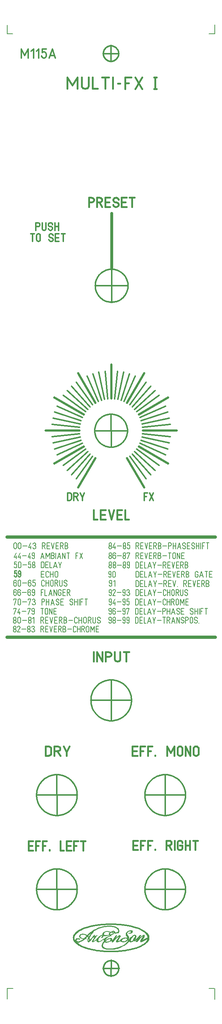
<source format=gbr>
G04 CAM350/DFMSTREAM V12.1 (Build 1022) Date:  Wed Sep 01 15:46:29 2021 *
G04 Database: D:\Mes documents\Projects\Modular Synth\M115A Multi Effects I\Front panel design\CAM350\M115A.cam *
G04 Layer 15: M115A_front_panel *
%FSLAX23Y23*%
%MOIN*%
%SFA1.000B1.000*%

%MIA0B0*%
%IPPOS*%
%ADD10C,0.00551*%
%ADD11C,0.00787*%
%ADD12C,0.00866*%
%ADD13C,0.01024*%
%ADD14C,0.01102*%
%ADD15C,0.01181*%
%ADD16C,0.01260*%
%ADD17C,0.01417*%
%ADD18C,0.01496*%
%ADD19C,0.01654*%
%ADD70C,0.01732*%
%ADD71C,0.01890*%
%ADD20C,0.02756*%
%ADD21C,0.03150*%
%LNM115A_front_panel*%
%LPD*%
G54D10*
X965Y616D02*
G01X969Y621D01*
X972Y622*
X975Y623*
X978Y624*
X983*
X985Y622*
X979Y623*
X978Y622*
X975*
X972Y620*
X970Y619*
X969Y616*
X973Y614*
X976Y613*
X982Y612*
X892Y589D02*
G01X898D01*
X900Y586*
X905Y585*
X909*
X915*
X921*
X926*
X931Y586*
X935Y587*
X939Y589*
X944Y588*
X937Y586*
X928Y585*
X923Y584*
X917Y583*
X909*
X897*
X947Y588D02*
G01X951Y591D01*
X954Y592*
X958Y593*
X964Y594*
X969Y596*
X973Y597*
X978Y600*
X981Y602*
X982Y603*
X983Y607*
X993Y611*
X990Y608*
X984Y604*
X979Y600*
X974Y598*
X968Y595*
X963Y593*
X955Y591*
X802Y582D02*
G01X805Y587D01*
X808Y589*
X810*
X822Y580D02*
G01X825Y582D01*
X832Y585*
X828Y581*
X900Y554D02*
G01X898Y548D01*
X897Y543*
X896Y538*
Y534*
Y532*
X898Y529*
X901Y526*
X905*
X907Y524*
X910Y523*
X914Y522*
X923Y523*
X927Y524*
X933Y526*
X943Y529*
X951Y531*
X961Y535*
X971Y540*
X983Y548*
X980Y546*
X966Y539*
X967Y542*
Y549*
Y553*
Y556*
X964Y558*
X962Y560*
X955*
X951*
X945Y557*
X937Y554*
X927Y549*
X919Y545*
X911Y539*
X907Y537*
X906Y541*
X907Y545*
Y550*
X911Y553*
X913Y557*
X919Y562*
X922Y565*
X926Y568*
X931Y571*
X908Y559D02*
G01X903Y549D01*
X901Y539*
X902Y532*
X906Y534*
Y535*
X905*
X906Y534*
X907Y537*
X904Y533D02*
G01X907Y537D01*
X917Y542*
X926Y548*
X933Y552*
X936Y553*
X941Y555*
X946Y556*
X951*
X955Y555*
X958Y553*
X959Y549*
Y545*
X957Y541*
X956Y538*
X953Y536*
X950Y533*
X947Y531*
X942Y529*
X936Y527*
X931Y526*
X923Y525*
X917Y526*
X914Y527*
X911Y528*
X909Y530*
X907Y532*
X905Y530*
X957Y557D02*
G01X964Y553D01*
X963Y545*
X962Y537*
X982Y545D02*
G01Y549D01*
X1002Y580*
X1003Y581*
X1008Y582*
X1006*
X1010Y584*
X1013*
X1014*
X1004Y569*
X998Y556*
X1002Y557*
X1006Y560*
X1007Y561*
X1015Y569*
X1022Y574*
X1026Y577*
X1030Y581*
X1033Y582*
X1037Y584*
X1038Y585*
X1042*
X1044Y582*
X1045Y581*
Y576*
X1041Y568*
X1023Y539*
X1022Y536*
X1021Y533*
X1024Y532*
X1026Y531*
X1030Y532*
X1033Y533*
X1040Y537*
X1045Y539*
X1049Y541*
X1050Y545*
X1051Y546*
X1053Y550*
X1058Y553*
X1063Y556*
X1068Y557*
X1073Y560*
X1078Y561*
X1085*
X1092*
X1097*
X1103*
X1107*
X1112Y558*
X1120Y550*
X1126Y539*
X978Y541D02*
G01X974Y536D01*
X969Y525*
X976Y526*
X982Y532*
X990Y541*
X1002Y554*
X1014Y565*
X1023Y573*
X1029Y577*
X1033*
X1035*
X1033Y570*
X1015Y542*
X1011Y535*
X1010Y532*
Y528*
Y526*
X1013Y525*
X1014Y524*
X1020*
X1023Y526*
X1036Y532*
X1045Y535*
X1049Y536*
X1051Y533*
X1052Y532*
X1053Y531*
X1058Y529*
X1061Y528*
X1065Y527*
X1078*
X1085Y529*
X1092Y530*
X1100Y533*
X1106Y538*
X1113Y543*
X1116Y546*
X1113Y553*
Y555*
X1111Y556*
X1107Y558*
X1102Y560*
X1098Y561*
X1093*
X1085Y559*
X1077Y558*
X1072Y556*
X1068Y554*
X1065Y551*
X1061Y547*
X1060Y544*
X1058Y540*
X1059Y536*
X1061Y532*
X1064Y530*
X1068Y529*
X1072*
X1081*
X1087Y530*
X1093Y532*
X1098Y535*
X1104Y539*
X1108Y542*
X1111Y546*
X1112Y549*
X1114Y553*
X1061Y552D02*
G01X1056Y545D01*
X1050Y539*
X1054Y540*
X1057Y533*
X1024Y528D02*
G01X1018Y530D01*
X1014*
X1017Y533*
X1029Y557*
X1041Y578*
X1037Y580*
X1007Y581D02*
G01X975Y530D01*
X998Y556*
X900Y534D02*
G01X896Y530D01*
X888Y519*
X883Y511*
X879Y502*
X877Y496*
Y486*
X879Y481*
X880Y478*
X884Y473*
X890Y469*
X897Y466*
X902Y464*
X911Y462*
X908Y463D02*
G01X911Y462D01*
X920Y459*
X927*
X965*
X990Y460*
X999Y463*
X1013Y466*
X1024Y469*
X1019Y467D02*
G01X1029Y470D01*
X1045Y477*
X1058Y482*
X1070Y488*
X1085Y495*
X1094Y502*
X1104Y510*
X1111Y516*
X1115Y521*
X1120Y526*
X1122Y530*
X1125Y535*
X1119Y543*
Y538*
X1116Y532*
X1113Y526*
X1107Y519*
X1101Y513*
X1090Y503*
X1079Y496*
X1069Y490*
X1060Y486*
X1047Y481*
X1034Y475*
X1022Y471*
X1007Y468*
X998Y467*
X989Y465*
X977Y463*
X967*
X946Y462*
X937*
X927Y463*
X919*
X911Y466*
X904Y469*
X899Y470*
X895Y472*
X892Y475*
X888Y478*
X886Y482*
X884Y484*
Y488*
X883Y492*
Y497*
X884Y502*
X886Y507*
X888Y513*
X892Y518*
X896Y523*
X900Y528*
X878Y493D02*
G01X884Y479D01*
X892Y470*
X1112Y518D02*
G01X1124Y538D01*
X1113Y555D02*
G01X1114Y560D01*
X1115Y562*
X1114Y565*
X1113Y568*
X1104Y582*
X1101Y587*
X1100Y591*
X1099Y594*
Y600*
X1100Y604*
X1102Y609*
X1106Y613*
X1110Y617*
X1116Y621*
X1121Y624*
X1127Y626*
X1132Y628*
X1136*
X1149*
X1153*
X1156Y625*
X1157Y623*
X1156Y619*
X1155Y614*
X1151Y610*
X1144Y607*
X1138Y605*
X1132Y604*
X1129*
X1124*
X1125*
X1130*
X1132Y605*
X1140Y608*
X1145Y611*
X1147Y612*
X1148Y616*
X1149Y618*
Y620*
X1148Y623*
X1147Y624*
X1146Y625*
X1144Y626*
X1140Y627*
X1136*
X1132Y626*
X1130*
X1125Y624*
X1120Y622*
X1117Y620*
X1113Y616*
X1110Y612*
X1108Y608*
Y601*
Y597*
X1111Y593*
X1121Y576*
X1124Y571*
Y566*
Y560*
X1123Y557*
X1120Y553*
X1117Y554*
X1121Y569*
X1118*
X1116Y577*
X1113*
X1107Y589*
X1104Y596*
Y608*
X1112Y617*
X1120Y623*
X1128Y626*
X1136Y628*
X1148*
X1153Y624*
X1152Y616*
X1128Y539D02*
G01Y543D01*
X1129Y544*
X1131Y548*
X1132Y553*
X1134Y557*
X1140Y564*
X1145Y569*
X1150Y573*
X1155Y577*
X1159Y581*
X1165Y584*
X1171Y587*
X1175Y588*
X1181*
X1186Y587*
X1188Y585*
X1191Y582*
Y577*
X1192Y573*
X1191Y568*
X1187Y561*
X1185Y557*
X1182Y552*
X1179Y548*
X1176Y545*
X1177Y544*
X1165Y534*
X1159Y532*
X1155Y530*
X1149Y528*
X1145Y526*
X1139*
X1136Y527*
X1132Y529*
X1130Y531*
X1128Y533*
X1140Y537*
Y540*
Y545*
X1143Y549*
X1144Y554*
X1148Y560*
X1152Y565*
X1155Y569*
X1157Y573*
X1161Y577*
X1164Y579*
X1167Y582*
X1171Y584*
X1175Y585*
X1177*
X1181Y584*
X1183Y581*
X1184Y577*
Y573*
X1183Y570*
X1177Y565*
X1173Y559*
X1171Y553*
X1168Y549*
X1167Y544*
X1166Y541*
X1163Y537*
X1158Y534*
X1154Y532*
X1151Y530*
X1148*
X1144*
Y531*
X1141Y532*
X1140Y536*
X1134Y532*
X1139Y530*
X1132Y537*
X1134Y541*
X1140Y557*
X1152Y571*
X1165Y583*
X1174Y586*
X1182*
X1187Y577*
X1186Y565*
X1167Y540*
X1183Y565*
X1254Y624D02*
G01X1269Y615D01*
X1281Y604*
X1288Y594*
X1293Y589*
X1297Y579*
X1301Y569*
X1296Y551*
Y544*
X1274Y510D02*
G01X1282Y525D01*
X1289Y533*
X1293Y538*
Y541*
X1297Y548*
X1284Y612D02*
G01X1289Y609D01*
X1299Y598*
X1304Y591*
X1309Y583*
X1310Y576*
X1311Y568*
Y555*
Y551*
X1309Y544*
X1304Y536*
X1300Y530*
X1293Y522*
X1166Y539D02*
G01X1170Y536D01*
X1175Y534*
X1177Y535*
X1181Y537*
X1185Y539*
X1199Y551*
X1203Y549*
X1204Y547*
X1203Y546*
Y545*
X1191Y528*
X1200Y530*
X1202*
X1207Y537*
X1215Y546*
X1224Y557*
X1230Y563*
X1238Y570*
X1243Y575*
X1249Y579*
X1253Y581*
X1258Y580*
X1256Y574*
X1253Y569*
X1233Y538*
X1232Y534*
Y531*
X1233Y530*
X1236Y528*
X1238Y527*
X1242Y528*
X1246Y530*
X1296Y556*
X1303Y567*
X1299Y565*
X1244Y536*
X1246Y543*
X1266Y573*
X1268Y579*
X1269Y583*
X1268Y586*
X1266Y588*
X1262*
X1256Y586*
X1251Y583*
X1242Y577*
X1228Y563*
X1222Y558*
X1224Y567*
Y570*
X1236Y586*
Y587*
X1230*
X1226Y585*
X1224Y582*
X1218Y572*
X1200Y555*
X1190Y545*
X1184Y541*
X1183*
X1179*
X1174Y537*
X1180Y538*
X1187Y543*
X1195Y549*
X1207Y555*
X1205Y545*
X1199Y533*
X1221Y560*
X1208Y550*
X1222Y566*
X1207Y556*
X1222Y572*
X1230Y583*
X1216Y558*
X1226Y562*
X1230Y564*
X1235Y569*
X1243Y576*
X1251Y581*
X1261Y585*
X1266Y584*
X1235Y533*
X1240Y535*
X1238Y531*
X1296Y560*
X1238Y530*
X1240Y539*
X1262Y581*
X1105Y587D02*
G01X1112Y573D01*
X1120Y571*
Y566D02*
G01X1115Y580D01*
X1108Y592*
X1100Y594*
X1109Y584*
X1120Y556*
X1116Y546*
X1124Y539*
X1132Y536*
X1137Y555*
X900Y541D02*
G01X901Y531D01*
X909Y526*
G54D11*
X1916Y8866D02*
G01X1915Y8949D01*
X741Y582D02*
G01X738Y585D01*
X733Y589*
X728Y592*
X725Y593*
X719Y594*
X715Y596*
X708Y597*
X703Y598*
X696*
X689Y596*
X684Y595*
X680Y594*
X676Y591*
X673Y586*
X671Y582*
X670Y578*
Y576*
X671Y572*
X670Y573*
X672Y570*
X675Y566*
X672Y570*
X674Y568*
X676Y565*
X679Y563*
X683Y561*
X686*
X690Y559*
X691Y558*
X696Y557*
X703Y556*
X717*
X732*
X734Y557*
X705Y556*
X696Y557*
X690Y560*
X684Y562*
X679Y565*
X678Y567*
X676Y569*
X675Y570*
Y573*
X674Y575*
Y578*
Y581*
X675Y584*
X676Y588*
X679Y590*
X683Y593*
X687Y595*
X694Y596*
X700*
X709*
X717Y594*
X721Y593*
X725Y591*
X731Y587*
X734Y585*
X738Y583*
X733Y577*
X718Y562*
X712Y557*
X728Y570D02*
G01X739Y585D01*
X746Y592*
X753Y597*
X758Y601*
X761Y604*
X738Y582D02*
G01X743Y577D01*
X749Y573*
X755Y566*
X751Y561*
X749Y555*
X747Y552*
X746Y547*
Y541*
Y537*
X748Y533*
X750Y530*
X752Y528*
X753Y526*
X755Y527*
X758Y528*
X764Y533*
X775Y545*
X780Y552*
X784Y558*
X793Y569*
X795Y571*
X794Y570*
X811Y572*
X810Y567*
X809Y564*
X803Y557*
X799Y552*
X795Y546*
X792Y541*
X789Y537*
X788Y533*
Y531*
X789Y530*
X790Y528*
X793Y527*
X798Y528*
X804Y531*
X810Y534*
X817Y540*
X825Y547*
X833Y556*
X842Y563*
X848Y571*
X852Y575*
X858Y578*
X863Y581*
X867Y583*
X871Y585*
X873Y586*
X880*
X889*
X740Y585D02*
G01X745Y580D01*
X759Y563*
X752Y555*
X750Y551*
X748Y547*
X747Y541*
X748Y537*
X749Y533*
X751Y531*
X755Y532*
X757Y533*
Y535*
X758Y537*
X760Y541*
Y542*
X761Y546*
Y549*
Y559*
Y557*
Y553*
X762Y548*
Y540*
X766Y541*
X767Y542*
X770Y544*
X774Y548*
X780Y554*
X785Y561*
X791Y569*
X793Y573*
X797Y577*
X800Y581*
X803Y584*
X806Y586*
X804Y581*
X807Y578*
X809Y577*
X810*
X814Y578*
X817Y579*
X822Y580*
X825Y581*
X828Y582*
X810Y560*
X801Y545*
X797Y540*
Y537*
Y533*
X799Y532*
X801*
X802Y531*
X796Y530*
X792Y533*
X754Y565D02*
G01X757Y571D01*
X762Y579*
X769Y589*
X774Y597*
X780Y604*
X783Y611*
X786Y615*
X795Y619*
X789Y610*
X783Y602*
X777Y594*
X770Y585*
X766Y577*
X758Y566*
X789Y614D02*
G01X795Y620D01*
X799Y624*
X802Y628*
X806Y631*
X811Y634*
X814Y636*
X817Y637*
X819Y639*
X823Y641*
X827Y644*
X830Y645*
X834Y648*
X837*
X842Y651*
X639Y532D02*
G01Y538D01*
X637Y541*
Y543*
X638Y545*
X640Y548*
Y549*
X642Y551*
X644Y553*
X647Y554*
X652Y556*
X656*
X829Y551D02*
G01Y544D01*
X830Y535*
X831Y533*
X832Y531*
X834Y530*
X836Y528*
X839Y527*
X842*
X845*
X852Y528*
X857Y530*
X863Y532*
X869Y535*
X877Y541*
X884Y545*
X888Y549*
X895Y553*
X903Y557*
X913Y564*
X919Y567*
X923Y569*
X928Y571*
X933Y573*
X939Y576*
X944Y577*
X948Y578*
X954Y581*
X958*
X963*
X964Y582*
X960*
X956Y584*
X952Y588*
X950Y590*
X948Y592*
Y594*
Y596*
Y599*
X950Y602*
X951Y605*
X953Y608*
X955Y611*
X961Y616*
X966Y619*
X969Y620*
X869Y584D02*
G01X864Y581D01*
X860Y577*
X856Y572*
X851Y566*
X848Y562*
X844Y556*
X842Y551*
X841Y546*
X840Y541*
Y537*
X841Y534*
X842Y532*
X844Y531*
X846Y530*
X850*
X852*
X856*
X858*
X844Y561D02*
G01X836Y550D01*
X835Y543*
X836Y532*
X800Y574D02*
G01X817Y575D01*
X874Y568D02*
G01X872D01*
X877Y571*
X879Y573*
X881Y576*
Y579*
Y582*
X880Y584*
X879Y585*
X876*
X874Y568D02*
G01Y567D01*
X879Y568*
X882Y570*
X884Y573*
X888Y576*
Y577*
Y580*
X892Y583*
X896Y585*
Y584*
X885Y589*
X884*
Y598*
X885Y601*
X886Y604*
X888Y607*
X890Y610*
X893Y613*
X896Y616*
X900Y617*
X905Y619*
X909Y621*
X914Y622*
X920*
X927*
X932Y621*
X936Y620*
X943*
X948Y618*
X953Y616*
X956*
X960*
X897Y585D02*
G01X896Y588D01*
X893Y589*
X892Y592*
Y593*
Y594*
X891Y595*
Y596*
Y600*
X892Y603*
Y605*
X893Y608*
X895Y610*
X896Y612*
X899Y615*
X902Y617*
X905Y619*
X957Y614D02*
G01X951Y611D01*
X947Y608*
X946Y606*
X944Y603*
X943Y600*
X942Y596*
Y593*
Y589*
X943*
X950Y584*
X967Y618D02*
G01X969Y620D01*
X963Y615*
X964Y614*
X970Y613*
X977Y612*
X983Y611*
X994Y612*
X990D02*
G01Y616D01*
Y618*
X989Y621*
X988Y622*
X986Y623*
X983Y624*
X989Y623*
X993Y622*
X994Y620*
X995*
Y616*
X1914Y100D02*
G01X1864D01*
X56D02*
G01X6D01*
X54Y8864D02*
G01X4D01*
X1912D02*
G01X1862D01*
X1915Y99D02*
G01Y0D01*
X64Y4148D02*
G01X65Y4144D01*
X66Y4141*
X69Y4138*
X73Y4136*
X77*
X81*
X84Y4138*
X87Y4141*
X89Y4144*
Y4148*
Y4179*
Y4182*
X87Y4186*
X84Y4188*
X81Y4191*
X77*
X73*
X69Y4188*
X66Y4186*
X65Y4182*
X64Y4179*
Y4148*
X104D02*
G01X105Y4144D01*
X107Y4141*
X110Y4138*
X113Y4136*
X117*
X121*
X124Y4138*
X128Y4141*
X129Y4144*
X130Y4148*
Y4179*
X129Y4182*
X128Y4186*
X124Y4188*
X121Y4191*
X117*
X113*
X110Y4188*
X107Y4186*
X105Y4182*
X104Y4179*
Y4148*
X147Y4163D02*
G01X186D01*
X219Y4191D02*
G01X200Y4150D01*
X224*
X219Y4163D02*
G01Y4136D01*
X241Y4179D02*
G01X242Y4182D01*
Y4184*
X244Y4187*
X246Y4188*
X248Y4190*
X250*
X253Y4191*
X256Y4190*
X259Y4188*
X262Y4186*
X264Y4183*
X265Y4179*
Y4175*
X263Y4172*
X261Y4169*
X258Y4167*
X254Y4166*
X251*
X255*
X260Y4164*
X263Y4161*
X266Y4158*
X268Y4154*
Y4150*
X267Y4145*
X265Y4141*
X262Y4139*
X257Y4136*
X254*
X251*
X248Y4137*
X246Y4138*
X243Y4140*
X242Y4143*
X240Y4145*
X239Y4148*
X327Y4136D02*
G01Y4191D01*
X340*
X344*
X348Y4188*
X351Y4185*
X352Y4181*
X353Y4177*
X352Y4172*
X351Y4168*
X348Y4166*
X344Y4163*
X340*
X327*
X340*
X353Y4136*
X396Y4191D02*
G01X370D01*
Y4136*
X396*
X370Y4163D02*
G01X392D01*
X411Y4191D02*
G01X423Y4136D01*
X436Y4191*
X477D02*
G01X452D01*
Y4136*
X477*
X452Y4163D02*
G01X473D01*
X493Y4136D02*
G01Y4191D01*
X506*
X510*
X514Y4188*
X518Y4185*
X519Y4181*
X520Y4177*
X519Y4172*
X518Y4168*
X514Y4166*
X510Y4163*
X506*
X493*
X506*
X520Y4136*
X535Y4191D02*
G01Y4136D01*
X548*
X553*
X557Y4138*
X560Y4141*
X561Y4145*
X562Y4150*
X561Y4154*
X560Y4157*
X557Y4160*
X553Y4163*
X548*
X535*
X548*
X552Y4164*
X556Y4166*
X559Y4169*
X561Y4173*
Y4178*
Y4182*
X558Y4186*
X555Y4188*
X551Y4191*
X547*
X535*
X85Y4100D02*
G01X67Y4060D01*
X90*
X85Y4073D02*
G01Y4045D01*
X122Y4100D02*
G01X104Y4060D01*
X128*
X122Y4073D02*
G01Y4045D01*
X143Y4073D02*
G01X179D01*
X212Y4100D02*
G01X195Y4060D01*
X218*
X212Y4073D02*
G01Y4045D01*
X233Y4058D02*
G01Y4056D01*
X234Y4053*
Y4051*
X235Y4049*
X238Y4048*
X239Y4047*
X242Y4046*
X243Y4045*
X246*
X247Y4046*
X250Y4048*
X251Y4049*
X253Y4050*
X254Y4053*
Y4054*
Y4057*
Y4090*
Y4094*
X252Y4096*
X250Y4099*
X247Y4100*
X243*
X240*
X237Y4099*
X234Y4096*
X233Y4094*
Y4090*
Y4082*
X234Y4079*
X235Y4076*
X238Y4073*
X241Y4072*
X244*
X247Y4073*
X250*
X253Y4076*
X254Y4079*
X312Y4045D02*
G01X328Y4100D01*
X344Y4045*
X317Y4062D02*
G01X339D01*
X360Y4045D02*
G01Y4100D01*
X377Y4062*
X395Y4100*
Y4045*
X410Y4100D02*
G01Y4045D01*
X422*
X426Y4046*
X430Y4048*
X433Y4051*
X435Y4055*
Y4060*
Y4064*
X433Y4068*
X430Y4071*
X426Y4073*
X422Y4074*
X410*
X422*
X426Y4075*
X430Y4077*
X432Y4080*
X435Y4084*
Y4089*
X434Y4093*
X432Y4096*
X429Y4098*
X425Y4100*
X421*
X410*
X451D02*
G01Y4045D01*
X467D02*
G01X482Y4100D01*
X498Y4045*
X470Y4062D02*
G01X493D01*
X514Y4045D02*
G01Y4100D01*
X537Y4045*
Y4100*
X553D02*
G01X577D01*
X565*
Y4045*
X657Y4100D02*
G01X636D01*
Y4045*
Y4073*
X650*
X672Y4100D02*
G01X696Y4045D01*
X672D02*
G01X696Y4100D01*
X90Y4016D02*
G01X70D01*
Y3992*
X72Y3995*
X75Y3997*
X78Y3998*
X81*
X85Y3997*
X87Y3994*
X89Y3992*
X90Y3989*
Y3986*
Y3971*
Y3969*
X89Y3968*
Y3966*
X87Y3964*
X85Y3963*
X84Y3962*
X81Y3961*
X80*
X77*
X75Y3962*
X73Y3963*
X71Y3965*
X69Y3967*
X68Y3969*
Y3970*
X67Y3973*
X105D02*
G01Y3969D01*
X108Y3967*
X110Y3963*
X113Y3962*
X117Y3961*
X121Y3962*
X124Y3963*
X128Y3967*
X129Y3969*
X130Y3973*
Y4004*
X129Y4007*
X128Y4011*
X124Y4014*
X121Y4016*
X117*
X113*
X110Y4014*
X108Y4011*
X105Y4007*
Y4004*
Y3973*
X146Y3988D02*
G01X183D01*
X220Y4016D02*
G01X201D01*
Y3992*
X203Y3995*
X206Y3997*
X209Y3998*
X212*
X215Y3997*
X218Y3994*
X219Y3992*
X220Y3989*
Y3986*
Y3971*
Y3969*
X219Y3968*
Y3966*
X218Y3964*
X216Y3963*
X215Y3962*
X212Y3961*
X211*
X208*
X206Y3962*
X203Y3963*
X202Y3965*
X200Y3967*
X199Y3969*
Y3970*
X198Y3973*
X248Y3961D02*
G01X250D01*
X252Y3962*
X254Y3963*
X256Y3964*
X258Y3967*
Y3968*
X259Y3970*
X260Y3972*
Y3977*
X259Y3978*
X258Y3981*
Y3983*
X256Y3985*
X254Y3986*
X252Y3987*
X250Y3988*
X248*
X250*
X252Y3989*
X254Y3990*
X255Y3991*
X257Y3993*
X258Y3995*
Y3998*
Y3999*
Y4005*
Y4009*
X257Y4012*
X254Y4014*
X251Y4016*
X248*
X244*
X242Y4014*
X239Y4012*
X238Y4009*
X237Y4005*
Y3999*
Y3998*
X238Y3995*
Y3993*
X240Y3991*
X242Y3990*
X243Y3989*
X246Y3988*
X248*
X246*
X243Y3987*
X241Y3986*
X239Y3985*
X238Y3983*
X237Y3981*
X236Y3978*
Y3977*
Y3972*
Y3970*
X237Y3968*
X238Y3967*
X239Y3964*
X241Y3963*
X243Y3962*
X246Y3961*
X248*
X318D02*
G01Y4016D01*
X329*
X332*
X334Y4015*
X337Y4014*
X339Y4012*
X341Y4010*
Y4008*
X342Y4005*
X343Y4002*
Y3974*
X342Y3971*
X341Y3969*
Y3967*
X339Y3965*
X337Y3963*
X334Y3962*
X332Y3961*
X329*
X318*
X382Y4016D02*
G01X357D01*
Y3961*
X382*
X357Y3988D02*
G01X378D01*
X397Y4016D02*
G01Y3961D01*
X415*
X430D02*
G01X446Y4016D01*
X463Y3961*
X435Y3977D02*
G01X457D01*
X478Y4016D02*
G01X490Y3981D01*
Y3961*
Y3981*
X502Y4016*
X344Y3930D02*
G01X318D01*
Y3875*
X344*
X318Y3903D02*
G01X340D01*
X386Y3918D02*
G01X385Y3922D01*
X384Y3925*
X380Y3927*
X377Y3930*
X373*
X369*
X366Y3927*
X363Y3925*
X361Y3922*
X360Y3918*
Y3887*
X361Y3884*
X363Y3880*
X366Y3877*
X369Y3876*
X373Y3875*
X377Y3876*
X380Y3877*
X384Y3880*
X385Y3884*
X386Y3887*
X401Y3930D02*
G01Y3875D01*
Y3903D02*
G01X427D01*
Y3875D02*
G01Y3930D01*
X443Y3888D02*
G01X444Y3884D01*
X446Y3880*
X449Y3877*
X453Y3876*
X457Y3875*
X461Y3876*
X464Y3877*
X467Y3880*
X469Y3884*
Y3888*
Y3918*
Y3921*
X467Y3925*
X464Y3927*
X461Y3930*
X457*
X453*
X449Y3927*
X446Y3925*
X444Y3921*
X443Y3918*
Y3888*
X88Y3837D02*
G01X87Y3838D01*
Y3841*
X85Y3843*
Y3844*
X83Y3845*
X81Y3847*
X78Y3848*
X76*
X73*
X72*
X69Y3846*
X67Y3845*
X65Y3844*
Y3842*
X64Y3840*
X63Y3837*
Y3804*
X64Y3801*
X65Y3800*
Y3798*
X67Y3797*
X69Y3795*
X70Y3793*
X73*
X75*
X77*
X79*
X81Y3794*
X83Y3796*
X85Y3797*
X86Y3800*
X87Y3801*
X88Y3804*
Y3815*
X86Y3819*
X85Y3821*
X82Y3824*
X79Y3825*
X75Y3826*
X72*
X69Y3825*
X65Y3822*
X63Y3819*
X102Y3805D02*
G01X103Y3801D01*
X104Y3798*
X108Y3795*
X111Y3793*
X115*
X119*
X122Y3795*
X125Y3798*
X127Y3801*
X128Y3805*
Y3837*
X127Y3840*
X125Y3844*
X122Y3845*
X119Y3848*
X115*
X111*
X108Y3845*
X104Y3844*
X103Y3840*
X102Y3837*
Y3805*
X144Y3821D02*
G01X183D01*
X222Y3837D02*
G01X221Y3838D01*
Y3841*
X219Y3843*
Y3844*
X218Y3845*
X215Y3847*
X213Y3848*
X211*
X208*
X207*
X204Y3846*
X202Y3845*
X200Y3844*
X199Y3842*
Y3840*
X198Y3837*
Y3804*
X199Y3801*
Y3800*
X200Y3798*
X202Y3797*
X203Y3795*
X205Y3793*
X207*
X210*
X212*
X214*
X216Y3794*
X218Y3796*
X219Y3797*
X220Y3800*
X221Y3801*
X222Y3804*
Y3815*
X220Y3819*
X219Y3821*
X217Y3824*
X214Y3825*
X210Y3826*
X207*
X203Y3825*
X200Y3822*
X198Y3819*
X262Y3848D02*
G01X240D01*
Y3825*
X242Y3828*
X245Y3829*
X248Y3830*
X252*
X255Y3829*
X258Y3827*
X260Y3825*
X261Y3821*
X262Y3818*
Y3804*
X261Y3801*
X260Y3800*
X259Y3797*
X258Y3796*
X256Y3795*
X254Y3793*
X252*
X250*
X247*
X245*
X243Y3795*
X241Y3797*
X239Y3798*
X238Y3801*
Y3803*
X237Y3805*
X345Y3837D02*
G01X344Y3841D01*
Y3844*
X341Y3845*
X337Y3848*
X333*
X330*
X326Y3845*
X324Y3844*
X322Y3841*
X321Y3837*
Y3805*
X322Y3801*
X324Y3797*
X326Y3795*
X330Y3793*
X333*
X337*
X341Y3795*
X344Y3797*
Y3801*
X345Y3805*
X360Y3848D02*
G01Y3793D01*
Y3821D02*
G01X386D01*
Y3793D02*
G01Y3848D01*
X403Y3805D02*
G01X404Y3801D01*
X405Y3798*
X407Y3795*
X411Y3793*
X415*
X419*
X422Y3795*
X425Y3798*
X427Y3801*
Y3805*
Y3837*
Y3840*
X425Y3844*
X422Y3845*
X419Y3848*
X415*
X411*
X407Y3845*
X405Y3844*
X404Y3840*
X403Y3837*
Y3805*
X443Y3793D02*
G01Y3848D01*
X455*
X460*
X464Y3845*
X467Y3843*
X469Y3839*
Y3835*
Y3830*
X467Y3826*
X464Y3824*
X460Y3821*
X455*
X443*
X455*
X469Y3793*
X486Y3848D02*
G01Y3805D01*
Y3801*
X488Y3798*
X491Y3795*
X494Y3793*
X498*
X502*
X506Y3795*
X509Y3798*
X510Y3801*
X511Y3805*
Y3848*
X527Y3807D02*
G01X528Y3802D01*
X530Y3798*
X532Y3795*
X536Y3793*
X541*
X545*
X549Y3795*
X552Y3798*
X554Y3802*
X555Y3807*
X554Y3809*
X553Y3812*
Y3814*
X550Y3817*
X549Y3818*
X546Y3820*
X543Y3821*
X541*
X536*
X532Y3824*
X530Y3826*
X528Y3830*
X527Y3835*
X528Y3839*
X530Y3843*
X532Y3845*
X536Y3848*
X541*
X543*
X546Y3847*
X549Y3845*
X550Y3844*
X553Y3843*
Y3841*
X554Y3837*
X555Y3835*
X87Y3750D02*
G01Y3752D01*
X86Y3754*
X85Y3757*
X84Y3758*
X82Y3760*
X81Y3762*
X78*
X76*
X73*
X71*
X69Y3761*
X67Y3760*
X65Y3758*
Y3756*
X64Y3754*
X63Y3751*
Y3719*
X64Y3716*
X65Y3715*
Y3713*
X67Y3711*
X69Y3710*
X70Y3708*
X73*
X74Y3707*
X77*
X79Y3708*
X81Y3709*
X83Y3711*
X85Y3712*
X86Y3715*
X87Y3716*
Y3719*
Y3729*
X86Y3733*
X85Y3735*
X81Y3738*
X78Y3739*
X75Y3740*
X72*
X68Y3738*
X65Y3736*
X63Y3733*
X125Y3750D02*
G01Y3752D01*
X124Y3754*
Y3757*
X122Y3758*
X120Y3760*
X119Y3762*
X116*
X114*
X112*
X109*
X108Y3761*
X105Y3760*
X104Y3758*
X103Y3756*
X102Y3754*
X101Y3751*
Y3719*
X102Y3716*
X103Y3715*
X104Y3713*
X105Y3711*
X107Y3710*
X108Y3708*
X111*
X112Y3707*
X115*
X117Y3708*
X120Y3709*
X121Y3711*
X123Y3712*
X124Y3715*
X125Y3716*
Y3719*
Y3729*
X124Y3733*
X123Y3735*
X120Y3738*
X116Y3739*
X113Y3740*
X110*
X106Y3738*
X104Y3736*
X101Y3733*
X141Y3734D02*
G01X179D01*
X218Y3750D02*
G01Y3752D01*
X217Y3754*
X216Y3757*
X215Y3758*
X213Y3760*
X211Y3762*
X209*
X207*
X204*
X202*
X200Y3761*
X198Y3760*
X196Y3758*
X195Y3756*
Y3754*
X194Y3751*
Y3719*
X195Y3716*
Y3715*
X196Y3713*
X198Y3711*
X199Y3710*
X201Y3708*
X203*
X205Y3707*
X207*
X210Y3708*
X212Y3709*
X214Y3711*
X215Y3712*
X217Y3715*
X218Y3716*
Y3719*
Y3729*
X217Y3733*
X215Y3735*
X212Y3738*
X209Y3739*
X206Y3740*
X203*
X199Y3738*
X196Y3736*
X194Y3733*
X233Y3719D02*
G01Y3718D01*
X234Y3715*
Y3713*
X236Y3711*
X238Y3710*
X239Y3709*
X242Y3708*
X244Y3707*
X246*
X248Y3708*
X250Y3710*
X252Y3711*
X253Y3712*
X254Y3715*
X255Y3716*
Y3719*
Y3751*
X254Y3755*
X253Y3758*
X250Y3761*
X247Y3762*
X244*
X241*
X238Y3761*
X235Y3758*
X234Y3755*
X233Y3751*
Y3743*
X234Y3740*
X235Y3737*
X238Y3734*
X241Y3733*
X245*
X248Y3734*
X251*
X254Y3737*
X255Y3740*
X337Y3762D02*
G01X315D01*
Y3707*
Y3734*
X329*
X351Y3762D02*
G01Y3707D01*
X369*
X385D02*
G01X402Y3762D01*
X418Y3707*
X391Y3723D02*
G01X412D01*
X434Y3707D02*
G01Y3762D01*
X459Y3707*
Y3762*
X499Y3750D02*
G01Y3754D01*
X497Y3758*
X494Y3760*
X491Y3762*
X487*
X483*
X479Y3760*
X477Y3758*
X475Y3754*
X474Y3750*
Y3719*
X475Y3716*
X477Y3713*
X479Y3710*
X483Y3708*
X487Y3707*
X491Y3708*
X494Y3710*
X497Y3713*
X499Y3716*
Y3719*
Y3733*
X487*
X540Y3762D02*
G01X516D01*
Y3707*
X540*
X516Y3734D02*
G01X536D01*
X555Y3707D02*
G01Y3762D01*
X568*
X573*
X576Y3760*
X579Y3757*
X581Y3753*
X582Y3749*
X581Y3744*
X579Y3740*
X576Y3738*
X573Y3735*
X568Y3734*
X555*
X568*
X582Y3707*
X63Y3666D02*
G01Y3675D01*
X87*
X69Y3620*
X102Y3633D02*
G01X103Y3629D01*
X104Y3626*
X107Y3623*
X111Y3621*
X115Y3620*
X119Y3621*
X122Y3623*
X124Y3626*
X127Y3629*
Y3633*
Y3663*
Y3667*
X124Y3671*
X122Y3673*
X119Y3675*
X115*
X111*
X107Y3673*
X104Y3671*
X103Y3667*
X102Y3663*
Y3633*
X144Y3648D02*
G01X182D01*
X196Y3666D02*
G01Y3675D01*
X219*
X202Y3620*
X236Y3664D02*
G01X237Y3667D01*
X238Y3669*
X239Y3671*
X241Y3673*
X243Y3675*
X246*
X248*
X250*
X254Y3673*
X257Y3671*
X258Y3667*
X260Y3664*
X259Y3660*
X258Y3657*
X256Y3655*
X253Y3652*
X250*
X246*
X250*
X254Y3650*
X258Y3647*
X261Y3644*
X262Y3639*
X263Y3635*
X262Y3630*
X259Y3626*
X256Y3624*
X252Y3621*
X249*
X246*
X243Y3622*
X241Y3623*
X238Y3625*
X237Y3628*
X235Y3630*
X234Y3633*
X322Y3648D02*
G01X335D01*
X340Y3649*
X343Y3652*
X345Y3654*
X348Y3657*
Y3662*
Y3666*
X345Y3670*
X343Y3673*
X340Y3675*
X335*
X322*
Y3620*
X364Y3675D02*
G01Y3620D01*
Y3648D02*
G01X388D01*
Y3620D02*
G01Y3675D01*
X405Y3620D02*
G01X421Y3675D01*
X438Y3620*
X410Y3637D02*
G01X432D01*
X454Y3635D02*
G01X455Y3630D01*
X456Y3626*
X459Y3623*
X463Y3621*
X467Y3620*
X471Y3621*
X475Y3623*
X478Y3626*
X480Y3630*
X481Y3635*
Y3637*
X480Y3640*
X478Y3642*
X477Y3644*
X474Y3646*
X472Y3648*
X470*
X467*
X463Y3649*
X459Y3652*
X456Y3654*
X455Y3657*
X454Y3662*
X455Y3666*
X456Y3670*
X459Y3673*
X463Y3675*
X467*
X470*
X472*
X474Y3673*
X477Y3671*
X478Y3670*
X480Y3667*
X481Y3664*
Y3662*
X522Y3675D02*
G01X497D01*
Y3620*
X522*
X497Y3648D02*
G01X518D01*
X581Y3635D02*
G01X582Y3630D01*
X584Y3626*
X587Y3623*
X591Y3621*
X594Y3620*
X599Y3621*
X603Y3623*
X606Y3626*
X608Y3630*
Y3635*
Y3637*
Y3640*
X606Y3642*
X604Y3644*
X602Y3646*
X600Y3648*
X597*
X594*
X591Y3649*
X587Y3652*
X584Y3654*
X582Y3657*
X581Y3662*
X582Y3666*
X584Y3670*
X587Y3673*
X591Y3675*
X594*
X597*
X600*
X602Y3673*
X604Y3671*
X606Y3670*
X608Y3667*
Y3664*
Y3662*
X624Y3675D02*
G01Y3620D01*
Y3648D02*
G01X649D01*
Y3620D02*
G01Y3675D01*
X665D02*
G01Y3620D01*
X703Y3675D02*
G01X681D01*
Y3620*
Y3648*
X695*
X719Y3675D02*
G01X742D01*
X730*
Y3620*
X62Y3581D02*
G01Y3590D01*
X86*
X68Y3534*
X118Y3590D02*
G01X100Y3549D01*
X124*
X118Y3562D02*
G01Y3534D01*
X140Y3562D02*
G01X178D01*
X192Y3581D02*
G01Y3590D01*
X216*
X198Y3534*
X230Y3547D02*
G01Y3545D01*
X231Y3542*
X232Y3540*
X234Y3538*
X235Y3537*
X237Y3536*
X239Y3535*
X242Y3534*
X243*
X246Y3535*
X247Y3537*
X249*
X250Y3539*
X251Y3541*
X252Y3543*
X253Y3545*
Y3579*
X252Y3583*
X250Y3586*
X248Y3589*
X245Y3590*
X242*
X238*
X235Y3589*
X233Y3586*
X231Y3583*
X230Y3579*
Y3571*
X231Y3568*
X233Y3565*
X235Y3562*
X238Y3561*
X242*
X246*
X249Y3562*
X251Y3565*
X253Y3568*
X312Y3590D02*
G01X337D01*
X325*
Y3534*
X352Y3547D02*
G01X353Y3543D01*
X355Y3540*
X357Y3537*
X361Y3535*
X365Y3534*
X368Y3535*
X372Y3537*
X375Y3540*
X376Y3543*
X377Y3547*
Y3578*
X376Y3581*
X375Y3585*
X372Y3588*
X368Y3590*
X365*
X361*
X357Y3588*
X355Y3585*
X353Y3581*
X352Y3578*
Y3547*
X393Y3534D02*
G01Y3590D01*
X417Y3534*
Y3590*
X458D02*
G01X433D01*
Y3534*
X458*
X433Y3562D02*
G01X454D01*
X73Y3453D02*
G01X75D01*
X77Y3454*
X80Y3455*
X81Y3456*
X83Y3459*
X84Y3460*
X85Y3463*
Y3465*
Y3469*
Y3470*
X84Y3473*
X83Y3475*
X81Y3477*
X80Y3478*
X77Y3479*
X75Y3480*
X73*
X75*
X77Y3481*
X79Y3482*
X81Y3483*
X82Y3485*
X83Y3487*
X84Y3490*
Y3491*
Y3497*
Y3501*
X82Y3504*
X79Y3506*
X76Y3508*
X73*
X69*
X65Y3506*
X63Y3504*
X61Y3501*
Y3497*
Y3491*
Y3490*
X62Y3487*
X63Y3485*
X65Y3483*
X66Y3482*
X68Y3481*
X70Y3480*
X73*
X70*
X68Y3479*
X65Y3478*
X64Y3477*
X62Y3475*
X61Y3473*
Y3470*
X60Y3469*
Y3465*
X61Y3463*
Y3460*
X62Y3459*
X64Y3456*
X65Y3455*
X68Y3454*
X70Y3453*
X73*
X100Y3466D02*
G01Y3462D01*
X102Y3459*
X105Y3455*
X109Y3454*
X113Y3453*
X117Y3454*
X120Y3455*
X124Y3459*
X125Y3462*
X126Y3466*
Y3496*
X125Y3499*
X124Y3503*
X120Y3506*
X117Y3508*
X113*
X109*
X105Y3506*
X102Y3503*
X100Y3499*
Y3496*
Y3466*
X143Y3480D02*
G01X183D01*
X211Y3453D02*
G01X214D01*
X216Y3454*
X219Y3455*
Y3456*
X221Y3459*
X222Y3460*
Y3463*
X223Y3465*
Y3469*
X222Y3470*
Y3473*
X221Y3475*
X219Y3477*
Y3478*
X216Y3479*
X214Y3480*
X211*
X214*
X215Y3481*
X218Y3482*
X219Y3483*
X220Y3485*
X221Y3487*
X222Y3490*
Y3491*
Y3497*
Y3501*
X220Y3504*
X218Y3506*
X215Y3508*
X211*
X207*
X204Y3506*
X202Y3504*
X200Y3501*
X199Y3497*
Y3491*
X200Y3490*
X201Y3487*
X202Y3485*
X203Y3483*
X205Y3482*
X207Y3481*
X209Y3480*
X211*
X209*
X207Y3479*
X204Y3478*
X203Y3477*
X201Y3475*
X200Y3473*
X199Y3470*
Y3469*
Y3465*
Y3463*
Y3460*
X201Y3459*
X203Y3456*
X204Y3455*
X207Y3454*
X209Y3453*
X211*
X238Y3494D02*
G01X251Y3508D01*
Y3453*
X313D02*
G01Y3508D01*
X325*
X330*
X334Y3506*
X337Y3502*
X339Y3498*
X340Y3494*
X339Y3490*
X337Y3486*
X334Y3483*
X330Y3481*
X325Y3480*
X313*
X325*
X340Y3453*
X381Y3508D02*
G01X355D01*
Y3453*
X381*
X355Y3480D02*
G01X376D01*
X398Y3508D02*
G01X411Y3453D01*
X423Y3508*
X466D02*
G01X439D01*
Y3453*
X466*
X439Y3480D02*
G01X461D01*
X482Y3453D02*
G01Y3508D01*
X494*
X499*
X503Y3506*
X506Y3502*
X508Y3498*
X509Y3494*
X508Y3490*
X506Y3486*
X503Y3483*
X499Y3481*
X494Y3480*
X482*
X494*
X509Y3453*
X525Y3508D02*
G01Y3453D01*
X537*
X541Y3454*
X545Y3455*
X549Y3459*
X551Y3463*
X552Y3467*
X551Y3470*
X549Y3474*
X545Y3478*
X541Y3480*
X537Y3481*
X525*
X537*
X541Y3482*
X545Y3483*
X549Y3486*
X550Y3490*
X551Y3495*
X550Y3499*
X548Y3503*
X545Y3506*
X541Y3508*
X536*
X525*
X569Y3480D02*
G01X608D01*
X650Y3496D02*
G01X649Y3500D01*
X648Y3503*
X644Y3506*
X641Y3508*
X637*
X633*
X630Y3506*
X627Y3503*
X625Y3500*
X624Y3496*
Y3465*
X625Y3462*
X627Y3458*
X630Y3455*
X633Y3454*
X637Y3453*
X641Y3454*
X644Y3455*
X648Y3458*
X649Y3462*
X650Y3465*
X664Y3508D02*
G01Y3453D01*
Y3480D02*
G01X691D01*
Y3453D02*
G01Y3508D01*
X707Y3466D02*
G01X708Y3462D01*
X710Y3459*
X713Y3455*
X717Y3454*
X720Y3453*
X724Y3454*
X727Y3455*
X730Y3459*
X732Y3462*
X733Y3466*
Y3496*
X732Y3499*
X730Y3503*
X727Y3506*
X724Y3508*
X720*
X717*
X713Y3506*
X710Y3503*
X708Y3499*
X707Y3496*
Y3466*
X749Y3453D02*
G01Y3508D01*
X762*
X766*
X770Y3506*
X774Y3502*
X775Y3498*
X776Y3494*
X775Y3490*
X774Y3486*
X770Y3483*
X766Y3481*
X762Y3480*
X749*
X762*
X776Y3453*
X792Y3508D02*
G01Y3466D01*
X793Y3462*
X794Y3459*
X797Y3455*
X801Y3454*
X805Y3453*
X809Y3454*
X813Y3455*
X816Y3459*
X817Y3462*
X818Y3466*
Y3508*
X834Y3467D02*
G01X835Y3463D01*
X837Y3459*
X841Y3455*
X844Y3454*
X848Y3453*
X852Y3454*
X856Y3455*
X860Y3459*
X862Y3463*
Y3467*
Y3469*
X861Y3471*
X860Y3474*
X858Y3476*
X856Y3478*
X853Y3479*
X851Y3480*
X848*
X844Y3481*
X841Y3483*
X837Y3486*
X835Y3490*
X834Y3494*
X835Y3498*
X837Y3502*
X841Y3506*
X844Y3508*
X848*
X851*
X853Y3507*
X856Y3506*
X858Y3504*
X860Y3502*
X861Y3500*
X862Y3497*
Y3494*
X73Y3371D02*
G01X75D01*
X77Y3372*
X79Y3373*
X81Y3374*
X82Y3376*
X84Y3378*
Y3380*
X85Y3383*
Y3388*
X84Y3389*
X83Y3392*
X82Y3394*
X81Y3396*
X79Y3397*
X77Y3398*
X75Y3399*
X73*
X74*
X77Y3400*
X78Y3401*
X81Y3402*
Y3404*
X83Y3406*
Y3407*
X84Y3409*
Y3415*
X83Y3419*
X81Y3422*
X79Y3424*
X76Y3426*
X73*
X69*
X66Y3424*
X64Y3422*
X62Y3419*
X61Y3415*
Y3409*
Y3407*
X62Y3406*
X63Y3404*
X65Y3402*
X66Y3401*
X68Y3400*
X70Y3399*
X73*
X70*
X68Y3398*
X66Y3397*
X64Y3396*
X62Y3394*
X61Y3392*
Y3389*
Y3388*
Y3383*
Y3380*
Y3378*
X62Y3376*
X64Y3374*
X65Y3373*
X68Y3372*
X70Y3371*
X73*
X98Y3414D02*
G01Y3415D01*
X99Y3418*
X100Y3420*
X101Y3423*
X103Y3424*
X104Y3425*
X107Y3426*
X109*
X112*
X115Y3425*
X117Y3423*
X120Y3422*
Y3419*
X121Y3416*
X122Y3413*
X121Y3411*
X120Y3408*
X98Y3371*
X122*
X137Y3399D02*
G01X175D01*
X203Y3371D02*
G01X205D01*
X207Y3372*
X209Y3373*
X211Y3374*
X212Y3376*
X214Y3378*
Y3380*
X215Y3383*
Y3388*
X214Y3389*
X213Y3392*
X212Y3394*
X211Y3396*
X209Y3397*
X207Y3398*
X205Y3399*
X203*
X204*
X207Y3400*
X208Y3401*
X211Y3402*
Y3404*
X213Y3406*
Y3407*
X214Y3409*
Y3415*
X213Y3419*
X211Y3422*
X209Y3424*
X206Y3426*
X203*
X199*
X196Y3424*
X194Y3422*
X192Y3419*
X191Y3415*
Y3409*
Y3407*
X192Y3406*
X193Y3404*
X195Y3402*
X196Y3401*
X198Y3400*
X200Y3399*
X203*
X200*
X198Y3398*
X196Y3397*
X194Y3396*
X192Y3394*
X191Y3392*
Y3389*
Y3388*
Y3383*
Y3380*
Y3378*
X192Y3376*
X194Y3374*
X195Y3373*
X198Y3372*
X200Y3371*
X203*
X230Y3415D02*
G01Y3417D01*
X231Y3419*
X233Y3422*
X234Y3423*
X237Y3425*
X239*
X242Y3426*
X244Y3425*
X247Y3423*
X250Y3421*
X252Y3418*
X253Y3415*
Y3411*
X251Y3407*
X250Y3405*
X246Y3403*
X243Y3402*
X239*
X244*
X248Y3400*
X251Y3397*
X254Y3394*
X256Y3389*
Y3385*
X255Y3380*
X253Y3376*
X250Y3374*
X245Y3372*
X242*
X239*
X237*
X234Y3373*
X232Y3376*
X230Y3378*
X229Y3380*
X228Y3384*
X314Y3371D02*
G01Y3426D01*
X327*
X331*
X335Y3423*
X338Y3420*
X340Y3416*
X341Y3412*
X340Y3407*
X338Y3404*
X335Y3402*
X331Y3400*
X327Y3399*
X314*
X327*
X341Y3371*
X380Y3426D02*
G01X356D01*
Y3371*
X380*
X356Y3399D02*
G01X376D01*
X396Y3426D02*
G01X407Y3371D01*
X420Y3426*
X461D02*
G01X436D01*
Y3371*
X461*
X436Y3399D02*
G01X457D01*
X475Y3371D02*
G01Y3426D01*
X488*
X492*
X496Y3423*
X499Y3420*
X501Y3416*
X502Y3412*
X501Y3407*
X499Y3404*
X496Y3402*
X492Y3400*
X488Y3399*
X475*
X488*
X502Y3371*
X518Y3426D02*
G01Y3371D01*
X530*
X533Y3372*
X537Y3373*
X541Y3376*
X542Y3380*
X543Y3385*
X542Y3389*
X541Y3393*
X537Y3396*
X533Y3399*
X530Y3400*
X518*
X530*
X533*
X537Y3402*
X540Y3405*
X541Y3408*
X542Y3413*
X541Y3417*
X539Y3421*
X536Y3423*
X532Y3426*
X529*
X518*
X559Y3399D02*
G01X596D01*
X636Y3414D02*
G01X635Y3418D01*
X633Y3421*
X631Y3423*
X627Y3426*
X624*
X620*
X616Y3423*
X614Y3421*
X612Y3418*
Y3414*
Y3383*
Y3380*
X614Y3376*
X616Y3373*
X620Y3372*
X624Y3371*
X627Y3372*
X631Y3373*
X633Y3376*
X635Y3380*
X636Y3383*
X651Y3426D02*
G01Y3371D01*
Y3399D02*
G01X675D01*
Y3371D02*
G01Y3426D01*
X690Y3371D02*
G01Y3426D01*
X703*
X707*
X711Y3423*
X714Y3420*
X715Y3416*
X716Y3412*
X715Y3407*
X714Y3404*
X711Y3402*
X707Y3400*
X703Y3399*
X690*
X703*
X716Y3371*
X731Y3384D02*
G01X732Y3380D01*
X734Y3376*
X736Y3373*
X740Y3372*
X743Y3371*
X747Y3372*
X750Y3373*
X754Y3376*
X755Y3380*
X756Y3384*
Y3414*
X755Y3417*
X754Y3421*
X750Y3423*
X747Y3426*
X743*
X740*
X736Y3423*
X734Y3421*
X732Y3417*
X731Y3414*
Y3384*
X772Y3371D02*
G01Y3426D01*
X789Y3388*
X807Y3426*
Y3371*
X847Y3426D02*
G01X823D01*
Y3371*
X847*
X823Y3399D02*
G01X844D01*
X953Y4136D02*
G01X955D01*
X958*
X959Y4138*
X962Y4139*
X963Y4141*
X964Y4143*
X965Y4145*
Y4148*
Y4152*
Y4154*
X964Y4156*
X963Y4158*
X961Y4159*
X959Y4161*
X958Y4162*
X955Y4163*
X953*
X955*
X957*
X959Y4165*
X961Y4166*
X962Y4167*
X963Y4170*
Y4172*
X964Y4174*
Y4179*
X963Y4183*
X962Y4187*
X959Y4189*
X956Y4191*
X953*
X950*
X947Y4189*
X944Y4187*
X943Y4183*
X942Y4179*
Y4174*
Y4172*
X943Y4170*
Y4167*
X945Y4166*
X947Y4165*
X949Y4163*
X951*
X953*
X951*
X948Y4162*
X947Y4161*
X944Y4159*
X943Y4158*
X942Y4156*
X941Y4154*
Y4152*
Y4148*
Y4145*
X942Y4143*
X943Y4141*
X944Y4139*
X946Y4138*
X948Y4136*
X951*
X953*
X997Y4191D02*
G01X978Y4150D01*
X1002*
X997Y4163D02*
G01Y4136D01*
X1018Y4163D02*
G01X1056D01*
X1084Y4136D02*
G01X1086D01*
X1089*
X1090Y4138*
X1093Y4139*
Y4141*
X1094Y4143*
X1095Y4145*
Y4148*
Y4152*
Y4154*
X1094Y4156*
X1093Y4158*
X1092Y4159*
X1090Y4161*
X1089Y4162*
X1086Y4163*
X1084*
X1086*
X1088*
X1090Y4165*
X1092Y4166*
X1093Y4167*
X1094Y4170*
Y4172*
Y4174*
Y4179*
Y4183*
X1093Y4187*
X1090Y4189*
X1087Y4191*
X1084*
X1081*
X1077Y4189*
X1075Y4187*
X1073Y4183*
Y4179*
Y4174*
Y4172*
Y4170*
X1074Y4167*
X1076Y4166*
X1077Y4165*
X1080Y4163*
X1081*
X1084*
X1081*
X1079Y4162*
X1077Y4161*
X1075Y4159*
X1073Y4158*
Y4156*
X1072Y4154*
Y4152*
Y4148*
Y4145*
X1073Y4143*
Y4141*
X1075Y4139*
X1077Y4138*
X1079Y4136*
X1081*
X1084*
X1133Y4191D02*
G01X1112D01*
Y4167*
X1114Y4170*
X1117Y4171*
X1120Y4172*
X1124*
X1127Y4171*
X1129Y4169*
X1132Y4167*
Y4163*
X1133Y4160*
Y4147*
X1132Y4144*
Y4143*
X1131Y4140*
X1130Y4139*
X1128Y4138*
X1126Y4136*
X1124*
X1122*
X1120*
X1117*
X1115Y4138*
X1113Y4140*
X1112Y4141*
X1111Y4144*
X1110Y4146*
X1109Y4148*
X1191Y4136D02*
G01Y4191D01*
X1204*
X1208*
X1212Y4188*
X1215Y4185*
X1217Y4181*
X1218Y4177*
X1217Y4172*
X1215Y4168*
X1212Y4166*
X1208Y4163*
X1204*
X1191*
X1204*
X1218Y4136*
X1258Y4191D02*
G01X1233D01*
Y4136*
X1258*
X1233Y4163D02*
G01X1254D01*
X1274Y4191D02*
G01X1285Y4136D01*
X1297Y4191*
X1338D02*
G01X1313D01*
Y4136*
X1338*
X1313Y4163D02*
G01X1334D01*
X1353Y4136D02*
G01Y4191D01*
X1366*
X1370*
X1374Y4188*
X1377Y4185*
X1379Y4181*
X1380Y4177*
X1379Y4172*
X1377Y4168*
X1374Y4166*
X1370Y4163*
X1366*
X1353*
X1366*
X1380Y4136*
X1396Y4191D02*
G01Y4136D01*
X1407*
X1411*
X1415Y4138*
X1419Y4141*
X1420Y4145*
X1421Y4150*
X1420Y4154*
X1419Y4157*
X1415Y4160*
X1411Y4163*
X1407*
X1396*
X1407*
X1411Y4164*
X1415Y4166*
X1418Y4169*
X1419Y4173*
X1420Y4178*
X1419Y4182*
X1417Y4186*
X1414Y4188*
X1411Y4191*
X1407*
X1396*
X1437Y4163D02*
G01X1474D01*
X1490D02*
G01X1502D01*
X1506*
X1510Y4166*
X1514Y4168*
X1515Y4172*
X1516Y4177*
X1515Y4181*
X1514Y4185*
X1510Y4188*
X1506Y4191*
X1502*
X1490*
Y4136*
X1532Y4191D02*
G01Y4136D01*
Y4163D02*
G01X1557D01*
Y4136D02*
G01Y4191D01*
X1573Y4136D02*
G01X1589Y4191D01*
X1604Y4136*
X1578Y4152D02*
G01X1600D01*
X1620Y4150D02*
G01X1621Y4145D01*
X1623Y4141*
X1626Y4138*
X1630Y4136*
X1634*
X1639*
X1642Y4138*
X1645Y4141*
X1648Y4145*
Y4150*
Y4152*
X1647Y4155*
X1646Y4157*
X1644Y4159*
X1642Y4160*
X1640Y4162*
X1637Y4163*
X1634*
X1630*
X1626Y4166*
X1623Y4168*
X1621Y4172*
X1620Y4177*
X1621Y4181*
X1623Y4185*
X1626Y4188*
X1630Y4191*
X1634*
X1637*
X1640Y4190*
X1642Y4188*
X1644Y4187*
X1646Y4185*
X1647Y4183*
X1648Y4179*
Y4177*
X1687Y4191D02*
G01X1663D01*
Y4136*
X1687*
X1663Y4163D02*
G01X1683D01*
X1704Y4150D02*
G01X1705Y4145D01*
X1707Y4141*
X1710Y4138*
X1714Y4136*
X1718*
X1722*
X1725Y4138*
X1728Y4141*
X1730Y4145*
X1731Y4150*
X1730Y4152*
Y4155*
X1729Y4157*
X1726Y4159*
X1725Y4160*
X1722Y4162*
X1720Y4163*
X1718*
X1714*
X1710Y4166*
X1707Y4168*
X1705Y4172*
X1704Y4177*
X1705Y4181*
X1707Y4185*
X1710Y4188*
X1714Y4191*
X1718*
X1720*
X1722Y4190*
X1725Y4188*
X1726Y4187*
X1729Y4185*
X1730Y4183*
Y4179*
X1731Y4177*
X1746Y4191D02*
G01Y4136D01*
Y4163D02*
G01X1771D01*
Y4136D02*
G01Y4191D01*
X1786D02*
G01Y4136D01*
X1825Y4191D02*
G01X1802D01*
Y4136*
Y4163*
X1816*
X1840Y4191D02*
G01X1864D01*
X1851*
Y4136*
X953Y4045D02*
G01X955D01*
X958Y4046*
X959Y4048*
X961Y4049*
X963Y4051*
X964Y4053*
X965Y4055*
Y4057*
Y4062*
X964Y4064*
Y4066*
X963Y4069*
X961Y4070*
X959Y4072*
X957Y4073*
X955*
X953*
X955*
X957Y4074*
X959Y4076*
X961Y4077*
X962Y4078*
X963Y4081*
Y4083*
X964Y4085*
Y4090*
X963Y4094*
X962Y4096*
X959Y4099*
X956Y4100*
X953*
X950*
X947Y4099*
X944Y4096*
X943Y4094*
X942Y4090*
Y4085*
Y4083*
X943Y4081*
Y4078*
X945Y4077*
X947Y4076*
X948Y4074*
X951Y4073*
X953*
X951*
X948*
X947Y4072*
X944Y4070*
X943Y4069*
X942Y4066*
X941Y4064*
Y4062*
Y4057*
Y4055*
X942Y4053*
X943Y4051*
X944Y4049*
X946Y4048*
X948Y4046*
X951Y4045*
X953*
X1002Y4089D02*
G01Y4091D01*
Y4093*
X1000Y4095*
X999Y4096*
X998Y4098*
X995Y4100*
X994*
X991*
X989*
X986*
X984Y4099*
X982Y4098*
X981Y4096*
X980Y4094*
X979Y4093*
X978Y4090*
Y4057*
X979Y4054*
X980Y4053*
X981Y4051*
X982Y4049*
X984Y4048*
X986Y4046*
X987*
X990Y4045*
X992*
X994Y4046*
X996Y4047*
X998Y4049*
X1000Y4050*
X1001Y4053*
X1002Y4054*
Y4057*
Y4068*
Y4072*
X999Y4074*
X997Y4077*
X994Y4078*
X990Y4079*
X986*
X983Y4077*
X981Y4075*
X978Y4072*
X1018Y4073D02*
G01X1055D01*
X1083Y4045D02*
G01X1085D01*
X1088Y4046*
X1089Y4048*
X1091Y4049*
X1093Y4051*
X1094Y4053*
Y4055*
Y4057*
Y4062*
Y4064*
Y4066*
X1093Y4069*
X1091Y4070*
X1089Y4072*
X1087Y4073*
X1085*
X1083*
X1085*
X1087Y4074*
X1089Y4076*
X1091Y4077*
X1092Y4078*
X1093Y4081*
Y4083*
X1094Y4085*
Y4090*
X1093Y4094*
X1092Y4096*
X1089Y4099*
X1086Y4100*
X1083*
X1080*
X1077Y4099*
X1074Y4096*
X1073Y4094*
X1072Y4090*
Y4085*
Y4083*
X1073Y4081*
Y4078*
X1075Y4077*
X1077Y4076*
X1078Y4074*
X1081Y4073*
X1083*
X1081*
X1078*
X1077Y4072*
X1074Y4070*
X1073Y4069*
X1072Y4066*
X1071Y4064*
Y4062*
Y4057*
Y4055*
X1072Y4053*
X1073Y4051*
X1074Y4049*
X1076Y4048*
X1078Y4046*
X1081Y4045*
X1083*
X1108Y4092D02*
G01Y4100D01*
X1132*
X1114Y4045*
X1191D02*
G01Y4100D01*
X1203*
X1207*
X1211Y4098*
X1215Y4095*
X1216Y4092*
X1217Y4088*
X1216Y4083*
X1215Y4079*
X1211Y4077*
X1207Y4074*
X1203Y4073*
X1191*
X1203*
X1217Y4045*
X1257Y4100D02*
G01X1232D01*
Y4045*
X1257*
X1232Y4073D02*
G01X1253D01*
X1273Y4100D02*
G01X1284Y4045D01*
X1297Y4100*
X1337D02*
G01X1313D01*
Y4045*
X1337*
X1313Y4073D02*
G01X1333D01*
X1352Y4045D02*
G01Y4100D01*
X1364*
X1368*
X1372Y4098*
X1376Y4095*
X1377Y4092*
X1378Y4088*
X1377Y4083*
X1376Y4079*
X1372Y4077*
X1368Y4074*
X1364Y4073*
X1352*
X1364*
X1378Y4045*
X1394Y4100D02*
G01Y4045D01*
X1406*
X1410Y4046*
X1414Y4048*
X1417Y4051*
X1419Y4055*
Y4060*
Y4064*
X1417Y4068*
X1414Y4071*
X1410Y4073*
X1406Y4074*
X1394*
X1406*
X1410Y4075*
X1413Y4077*
X1416Y4080*
X1418Y4084*
X1419Y4089*
X1418Y4093*
X1415Y4096*
X1412Y4098*
X1409Y4100*
X1405*
X1394*
X1435Y4073D02*
G01X1473D01*
X1489Y4100D02*
G01X1514D01*
X1501*
Y4045*
X1530Y4058D02*
G01X1531Y4054D01*
X1532Y4051*
X1534Y4048*
X1538Y4046*
X1541Y4045*
X1545Y4046*
X1549Y4048*
X1552Y4051*
X1553Y4054*
X1554Y4058*
Y4089*
X1553Y4093*
X1552Y4096*
X1549Y4098*
X1545Y4100*
X1541*
X1538*
X1534Y4098*
X1532Y4096*
X1531Y4093*
X1530Y4089*
Y4058*
X1570Y4045D02*
G01Y4100D01*
X1594Y4045*
Y4100*
X1635D02*
G01X1610D01*
Y4045*
X1635*
X1610Y4073D02*
G01X1631D01*
X953Y3960D02*
G01X955D01*
X957Y3961*
X959Y3963*
X961*
X963Y3966*
Y3967*
X964Y3969*
Y3971*
Y3976*
Y3978*
X963Y3980*
Y3982*
X961Y3984*
X959Y3986*
X957*
X955Y3987*
X953*
X955*
X957Y3988*
X959Y3990*
X960*
X962Y3992*
X963Y3994*
Y3997*
Y3998*
Y4004*
Y4008*
X962Y4011*
X959Y4014*
X956Y4015*
X953*
X949*
X947Y4014*
X943Y4011*
Y4008*
X942Y4004*
Y3998*
Y3997*
X943Y3994*
Y3992*
X945Y3990*
X947*
X948Y3988*
X951Y3987*
X953*
X951*
X948Y3986*
X946*
X944Y3984*
X943Y3982*
X942Y3980*
X941Y3978*
Y3976*
Y3971*
Y3969*
X942Y3967*
X943Y3966*
X944Y3963*
X946*
X948Y3961*
X951Y3960*
X953*
X991D02*
G01X994D01*
X995Y3961*
X998Y3963*
X999*
X1001Y3966*
X1002Y3967*
Y3969*
Y3971*
Y3976*
Y3978*
Y3980*
X1001Y3982*
X999Y3984*
X998Y3986*
X995*
X993Y3987*
X991*
X993*
X995Y3988*
X997Y3990*
X998*
X1000Y3992*
X1001Y3994*
X1002Y3997*
Y3998*
Y4004*
Y4008*
X1000Y4011*
X998Y4014*
X994Y4015*
X991*
X987*
X985Y4014*
X982Y4011*
X981Y4008*
X980Y4004*
Y3998*
Y3997*
X981Y3994*
X982Y3992*
X983Y3990*
X985*
X986Y3988*
X989Y3987*
X991*
X989*
X986Y3986*
X984*
X982Y3984*
X981Y3982*
X980Y3980*
X979Y3978*
Y3976*
Y3971*
Y3969*
X980Y3967*
X981Y3966*
X982Y3963*
X984*
X986Y3961*
X989Y3960*
X991*
X1018Y3987D02*
G01X1056D01*
X1083Y3960D02*
G01X1085D01*
X1087Y3961*
X1089Y3963*
X1091*
X1093Y3966*
Y3967*
X1094Y3969*
Y3971*
Y3976*
Y3978*
X1093Y3980*
Y3982*
X1091Y3984*
X1089Y3986*
X1087*
X1085Y3987*
X1083*
X1085*
X1087Y3988*
X1089Y3990*
X1090*
X1092Y3992*
X1093Y3994*
Y3997*
Y3998*
Y4004*
Y4008*
X1092Y4011*
X1089Y4014*
X1086Y4015*
X1083*
X1079*
X1077Y4014*
X1073Y4011*
Y4008*
X1072Y4004*
Y3998*
Y3997*
X1073Y3994*
Y3992*
X1075Y3990*
X1077*
X1078Y3988*
X1081Y3987*
X1083*
X1081*
X1078Y3986*
X1076*
X1074Y3984*
X1073Y3982*
X1072Y3980*
X1071Y3978*
Y3976*
Y3971*
Y3969*
X1072Y3967*
X1073Y3966*
X1074Y3963*
X1076*
X1078Y3961*
X1081Y3960*
X1083*
X1109Y3972D02*
G01Y3970D01*
X1110Y3968*
X1111Y3966*
X1112Y3964*
X1114Y3963*
X1116Y3962*
X1118Y3961*
X1120Y3960*
X1122*
X1124Y3961*
X1126Y3963*
X1128*
X1129Y3965*
X1130Y3967*
X1131Y3969*
Y3970*
Y4004*
Y4008*
X1129Y4011*
X1127Y4014*
X1124Y4015*
X1120*
X1116*
X1113Y4014*
X1111Y4011*
X1109Y4008*
Y4004*
Y3996*
X1110Y3993*
X1112Y3990*
X1114Y3987*
X1117Y3986*
X1120*
X1124*
X1127Y3987*
X1129Y3990*
X1131Y3993*
X1189Y3960D02*
G01Y4015D01*
X1199*
X1203*
X1205Y4014*
X1207Y4013*
X1210Y4011*
X1211Y4010*
X1212Y4007*
X1213Y4004*
X1214Y4002*
Y3974*
X1213Y3970*
X1212Y3969*
X1211Y3967*
X1210Y3964*
X1207Y3963*
X1205Y3961*
X1203Y3960*
X1199*
X1189*
X1254Y4015D02*
G01X1229D01*
Y3960*
X1254*
X1229Y3987D02*
G01X1249D01*
X1269Y4015D02*
G01Y3960D01*
X1285*
X1301D02*
G01X1317Y4015D01*
X1334Y3960*
X1307Y3976D02*
G01X1329D01*
X1348Y4015D02*
G01X1360Y3980D01*
Y3960*
Y3980*
X1373Y4015*
X1389Y3987D02*
G01X1427D01*
X1441Y3960D02*
G01Y4015D01*
X1454*
X1458*
X1462Y4013*
X1465Y4010*
X1467Y4006*
Y4002*
Y3997*
X1465Y3993*
X1462Y3990*
X1458Y3988*
X1454Y3987*
X1441*
X1454*
X1467Y3960*
X1507Y4015D02*
G01X1482D01*
Y3960*
X1507*
X1482Y3987D02*
G01X1502D01*
X1523Y4015D02*
G01X1534Y3960D01*
X1547Y4015*
X1588D02*
G01X1563D01*
Y3960*
X1588*
X1563Y3987D02*
G01X1583D01*
X1601Y3960D02*
G01Y4015D01*
X1614*
X1618*
X1622Y4013*
X1625Y4010*
X1627Y4006*
X1628Y4002*
X1627Y3997*
X1625Y3993*
X1622Y3990*
X1618Y3988*
X1614Y3987*
X1601*
X1614*
X1628Y3960*
X1644Y4015D02*
G01Y3960D01*
X1656*
X1659Y3961*
X1663Y3963*
X1666Y3966*
X1668Y3969*
X1669Y3974*
X1668Y3978*
X1666Y3982*
X1663Y3985*
X1659Y3987*
X1656Y3988*
X1644*
X1656*
X1659Y3989*
X1663Y3990*
X1666Y3994*
X1667Y3998*
X1668Y4002*
X1667Y4006*
X1665Y4010*
X1662Y4013*
X1658Y4015*
X1655*
X1644*
X939Y3887D02*
G01X940Y3884D01*
Y3882*
X942Y3880*
X943Y3878*
X944Y3876*
X947*
X948Y3875*
X951Y3874*
X952*
X955Y3875*
X956Y3876*
X958Y3877*
X959Y3879*
X960Y3881*
X961Y3883*
Y3885*
Y3918*
Y3922*
X959Y3925*
X957Y3927*
X954Y3929*
X951*
X947*
X944Y3927*
X942Y3925*
X940Y3922*
X939Y3918*
Y3910*
X941Y3907*
X943Y3904*
X945Y3902*
X947Y3900*
X951*
X955Y3901*
X957Y3902*
X959Y3904*
X961Y3907*
X975Y3887D02*
G01X976Y3883D01*
X978Y3880*
X981Y3876*
X984Y3875*
X987Y3874*
X991Y3875*
X994Y3876*
X998Y3880*
X999Y3883*
X1000Y3887*
Y3917*
X999Y3920*
X998Y3924*
X994Y3927*
X991Y3929*
X987*
X984*
X981Y3927*
X978Y3924*
X976Y3920*
X975Y3917*
Y3887*
X1191Y3874D02*
G01Y3929D01*
X1202*
X1204*
X1207Y3928*
X1210Y3927*
X1211Y3925*
X1213Y3923*
X1215Y3921*
Y3918*
Y3915*
Y3888*
Y3885*
Y3883*
X1213Y3880*
X1211Y3878*
X1210Y3876*
X1207Y3875*
X1204Y3874*
X1202*
X1191*
X1255Y3929D02*
G01X1230D01*
Y3874*
X1255*
X1230Y3902D02*
G01X1251D01*
X1271Y3929D02*
G01Y3874D01*
X1289*
X1305D02*
G01X1321Y3929D01*
X1338Y3874*
X1310Y3891D02*
G01X1333D01*
X1352Y3929D02*
G01X1365Y3895D01*
Y3874*
Y3895*
X1377Y3929*
X1393Y3902D02*
G01X1431D01*
X1447Y3874D02*
G01Y3929D01*
X1459*
X1463*
X1467Y3927*
X1470Y3923*
X1472Y3919*
Y3915*
Y3911*
X1470Y3907*
X1467Y3905*
X1463Y3903*
X1459Y3902*
X1447*
X1459*
X1472Y3874*
X1513Y3929D02*
G01X1488D01*
Y3874*
X1513*
X1488Y3902D02*
G01X1509D01*
X1530Y3929D02*
G01X1541Y3874D01*
X1553Y3929*
X1594D02*
G01X1569D01*
Y3874*
X1594*
X1569Y3902D02*
G01X1590D01*
X1609Y3874D02*
G01Y3929D01*
X1622*
X1626*
X1630Y3927*
X1633Y3923*
X1636Y3919*
Y3915*
Y3911*
X1633Y3907*
X1630Y3905*
X1626Y3903*
X1622Y3902*
X1609*
X1622*
X1636Y3874*
X1652Y3929D02*
G01Y3874D01*
X1663*
X1667Y3875*
X1671Y3876*
X1675Y3880*
X1676Y3884*
X1677Y3888*
X1676Y3892*
X1675Y3896*
X1671Y3900*
X1667Y3902*
X1663Y3903*
X1652*
X1663*
X1667Y3904*
X1671Y3905*
X1674Y3907*
X1675Y3911*
X1676Y3916*
X1675Y3920*
X1673Y3924*
X1671Y3927*
X1667Y3929*
X1662*
X1652*
X1762Y3917D02*
G01X1761Y3920D01*
X1759Y3924*
X1757Y3927*
X1753Y3929*
X1750*
X1746*
X1742Y3927*
X1739Y3924*
X1738Y3920*
X1737Y3917*
Y3887*
X1738Y3883*
X1739Y3880*
X1742Y3876*
X1746Y3875*
X1750Y3874*
X1753Y3875*
X1757Y3876*
X1759Y3880*
X1761Y3883*
X1762Y3887*
Y3900*
X1750*
X1778Y3874D02*
G01X1794Y3929D01*
X1811Y3874*
X1783Y3891D02*
G01X1805D01*
X1826Y3929D02*
G01X1850D01*
X1839*
Y3874*
X1892Y3929D02*
G01X1867D01*
Y3874*
X1892*
X1867Y3902D02*
G01X1888D01*
X944Y3805D02*
G01Y3802D01*
X945Y3800*
X946Y3797*
X947Y3796*
X949Y3794*
X951Y3793*
X953*
X955Y3792*
X958*
X960Y3793*
X962Y3794*
X963Y3795*
X965Y3797*
X966Y3799*
X967Y3801*
Y3803*
Y3837*
Y3841*
X965Y3844*
X963Y3845*
X959Y3847*
X955*
X952*
X949Y3845*
X947Y3844*
X945Y3841*
X944Y3837*
Y3829*
X945Y3825*
X947Y3822*
X950Y3820*
X953Y3818*
X956*
X959Y3819*
X963Y3820*
X965Y3822*
X967Y3825*
X982Y3834D02*
G01X995Y3847D01*
Y3792*
X1190Y3788D02*
G01Y3844D01*
X1201*
X1203*
X1207Y3843*
X1209Y3841*
X1211Y3840*
X1213Y3838*
X1214Y3836*
X1215Y3833*
Y3830*
Y3802*
Y3799*
X1214Y3797*
X1213Y3794*
X1211Y3792*
X1209Y3790*
X1207Y3789*
X1203Y3788*
X1201*
X1190*
X1256Y3844D02*
G01X1230D01*
Y3788*
X1256*
X1230Y3816D02*
G01X1251D01*
X1271Y3844D02*
G01Y3788D01*
X1289*
X1305D02*
G01X1321Y3844D01*
X1338Y3788*
X1310Y3805D02*
G01X1333D01*
X1353Y3844D02*
G01X1366Y3809D01*
Y3788*
Y3809*
X1379Y3844*
X1395Y3816D02*
G01X1433D01*
X1447Y3788D02*
G01Y3844D01*
X1460*
X1465*
X1468Y3841*
X1470Y3838*
X1473Y3834*
X1474Y3830*
X1473Y3825*
X1470Y3821*
X1468Y3819*
X1465Y3817*
X1460Y3816*
X1447*
X1460*
X1474Y3788*
X1515Y3844D02*
G01X1490D01*
Y3788*
X1515*
X1490Y3816D02*
G01X1510D01*
X1531Y3844D02*
G01X1543Y3788D01*
X1556Y3844*
X1572Y3788D02*
G01Y3791D01*
X1631Y3788D02*
G01Y3844D01*
X1644*
X1648*
X1652Y3841*
X1655Y3838*
X1657Y3834*
Y3830*
Y3825*
X1655Y3821*
X1652Y3819*
X1648Y3817*
X1644Y3816*
X1631*
X1644*
X1657Y3788*
X1699Y3844D02*
G01X1673D01*
Y3788*
X1699*
X1673Y3816D02*
G01X1694D01*
X1715Y3844D02*
G01X1726Y3788D01*
X1739Y3844*
X1781D02*
G01X1755D01*
Y3788*
X1781*
X1755Y3816D02*
G01X1776D01*
X1795Y3788D02*
G01Y3844D01*
X1808*
X1813*
X1816Y3841*
X1819Y3838*
X1821Y3834*
X1822Y3830*
X1821Y3825*
X1819Y3821*
X1816Y3819*
X1813Y3817*
X1808Y3816*
X1795*
X1808*
X1822Y3788*
X1837Y3844D02*
G01Y3788D01*
X1849*
X1853Y3789*
X1857Y3790*
X1860Y3793*
X1863Y3797*
X1864Y3802*
X1863Y3806*
X1860Y3810*
X1857Y3813*
X1853Y3816*
X1849Y3817*
X1837*
X1849*
X1853*
X1857Y3819*
X1860Y3822*
X1862Y3826*
Y3831*
X1861Y3835*
X1860Y3839*
X1856Y3841*
X1852Y3844*
X1848*
X1837*
X942Y3719D02*
G01Y3717D01*
X943Y3715*
Y3712*
X944Y3711*
X947Y3709*
X948Y3708*
X951Y3707*
X952*
X955*
X957*
X959Y3709*
X960Y3710*
X962Y3711*
X963Y3714*
Y3715*
Y3718*
Y3750*
Y3754*
X961Y3758*
X959Y3760*
X956Y3762*
X952*
X949*
X946Y3760*
X943Y3758*
X942Y3754*
Y3750*
Y3742*
X943Y3739*
X944Y3736*
X947Y3734*
X950Y3732*
X953*
X956Y3733*
X959Y3734*
X962Y3736*
X963Y3739*
X978Y3750D02*
G01Y3751D01*
Y3754*
X979Y3756*
X981Y3758*
X982Y3760*
X984Y3761*
X986Y3762*
X989*
X991*
X994Y3761*
X997Y3759*
X998Y3758*
X1000Y3754*
X1001Y3752*
Y3749*
Y3746*
X999Y3744*
X978Y3707*
X1001*
X1016Y3734D02*
G01X1053D01*
X1069Y3719D02*
G01Y3717D01*
Y3715*
X1070Y3712*
X1071Y3711*
X1073Y3709*
X1075Y3708*
X1077Y3707*
X1079*
X1081*
X1084*
X1085Y3709*
X1087Y3710*
X1089Y3711*
Y3714*
X1090Y3715*
Y3718*
Y3750*
X1089Y3754*
X1088Y3758*
X1085Y3760*
X1083Y3762*
X1079*
X1076*
X1073Y3760*
X1070Y3758*
X1069Y3754*
Y3750*
Y3742*
Y3739*
X1071Y3736*
X1073Y3734*
X1077Y3732*
X1080*
X1083Y3733*
X1086Y3734*
X1089Y3736*
X1090Y3739*
X1106Y3750D02*
G01Y3753D01*
X1108Y3755*
Y3758*
X1111Y3759*
X1112Y3761*
X1115*
X1117Y3762*
X1120Y3761*
X1124Y3759*
X1126Y3757*
X1128Y3754*
X1129Y3750*
X1128Y3746*
Y3743*
X1125Y3740*
X1123Y3738*
X1119Y3737*
X1116*
X1120*
X1124Y3735*
X1128Y3732*
X1130Y3729*
X1132Y3724*
Y3720*
X1131Y3716*
X1128Y3712*
X1125Y3710*
X1121Y3707*
X1119*
X1116*
X1112Y3708*
X1110Y3709*
X1108Y3711*
X1106Y3714*
X1105Y3716*
X1104Y3719*
X1191Y3707D02*
G01Y3762D01*
X1201*
X1204*
X1207Y3761*
X1209Y3759*
X1211Y3758*
X1213Y3756*
X1214Y3754*
X1215Y3750*
Y3748*
Y3720*
Y3718*
X1214Y3715*
X1213Y3713*
X1211Y3711*
X1209Y3709*
X1207Y3707*
X1204*
X1201*
X1191*
X1254Y3762D02*
G01X1230D01*
Y3707*
X1254*
X1230Y3734D02*
G01X1250D01*
X1270Y3762D02*
G01Y3707D01*
X1286*
X1301D02*
G01X1317Y3762D01*
X1334Y3707*
X1307Y3722D02*
G01X1329D01*
X1349Y3762D02*
G01X1361Y3726D01*
Y3707*
Y3726*
X1373Y3762*
X1389Y3734D02*
G01X1427D01*
X1465Y3750D02*
G01Y3754D01*
X1463Y3757*
X1460Y3759*
X1457Y3762*
X1453*
X1450*
X1447Y3759*
X1444Y3757*
X1442Y3754*
Y3750*
Y3719*
Y3715*
X1444Y3711*
X1447Y3709*
X1450Y3707*
X1453*
X1457*
X1460Y3709*
X1463Y3711*
X1465Y3715*
Y3719*
X1480Y3762D02*
G01Y3707D01*
Y3734D02*
G01X1504D01*
Y3707D02*
G01Y3762D01*
X1520Y3719D02*
G01Y3715D01*
X1522Y3712*
X1525Y3709*
X1528Y3707*
X1532*
X1535*
X1538Y3709*
X1541Y3712*
X1543Y3715*
Y3719*
Y3750*
Y3753*
X1541Y3757*
X1538Y3759*
X1535Y3762*
X1532*
X1528*
X1525Y3759*
X1522Y3757*
X1520Y3753*
Y3750*
Y3719*
X1559Y3707D02*
G01Y3762D01*
X1571*
X1576*
X1580Y3759*
X1582Y3756*
X1585Y3752*
Y3748*
Y3743*
X1582Y3739*
X1580Y3737*
X1576Y3734*
X1571*
X1559*
X1571*
X1585Y3707*
X1600Y3762D02*
G01Y3719D01*
Y3715*
X1602Y3712*
X1604Y3709*
X1608Y3707*
X1612*
X1616*
X1619Y3709*
X1621Y3712*
X1624Y3715*
Y3719*
Y3762*
X1640Y3720D02*
G01X1641Y3716D01*
X1643Y3712*
X1646Y3709*
X1649Y3707*
X1654*
X1657*
X1661Y3709*
X1664Y3712*
X1666Y3716*
X1667Y3720*
Y3722*
X1666Y3725*
X1664Y3727*
X1663Y3730*
X1660Y3731*
X1658Y3733*
X1656Y3734*
X1654*
X1649*
X1646Y3737*
X1643Y3739*
X1641Y3743*
X1640Y3748*
X1641Y3752*
X1643Y3756*
X1646Y3759*
X1649Y3762*
X1654*
X1656*
X1658Y3761*
X1660Y3759*
X1663Y3758*
X1664Y3756*
X1666Y3754*
X1667Y3750*
Y3748*
X942Y3633D02*
G01Y3631D01*
X943Y3628*
Y3626*
X945Y3624*
X947Y3623*
X948Y3622*
X951Y3621*
X952Y3620*
X955*
X957Y3621*
X959Y3623*
X960Y3624*
X962Y3625*
X963Y3628*
Y3629*
Y3632*
Y3664*
Y3668*
X962Y3671*
X959Y3674*
X956Y3675*
X952*
X949*
X946Y3674*
X943Y3671*
X942Y3668*
Y3664*
Y3657*
X943Y3654*
X944Y3651*
X947Y3648*
X950Y3647*
X953*
X956Y3648*
X959*
X962Y3651*
X963Y3654*
X995Y3675D02*
G01X978Y3635D01*
X1001*
X995Y3648D02*
G01Y3620D01*
X1017Y3648D02*
G01X1054D01*
X1069Y3633D02*
G01Y3631D01*
X1070Y3628*
X1071Y3626*
X1073Y3624*
X1074Y3623*
X1076Y3622*
X1078Y3621*
X1080Y3620*
X1082*
X1085Y3621*
X1086Y3623*
X1088Y3624*
X1089Y3625*
X1090Y3628*
X1091Y3629*
Y3632*
Y3664*
Y3668*
X1089Y3671*
X1087Y3674*
X1084Y3675*
X1080*
X1077*
X1073Y3674*
X1071Y3671*
X1069Y3668*
Y3664*
Y3657*
X1070Y3654*
X1072Y3651*
X1074Y3648*
X1077Y3647*
X1081*
X1084Y3648*
X1087*
X1089Y3651*
X1091Y3654*
X1128Y3675D02*
G01X1108D01*
Y3652*
X1110Y3656*
X1113Y3657*
X1116*
X1120*
X1123*
X1125Y3655*
X1128Y3652*
Y3649*
Y3646*
Y3632*
Y3629*
Y3628*
X1127Y3625*
X1125Y3624*
X1124Y3623*
X1122Y3621*
X1120Y3620*
X1118*
X1116*
X1113Y3621*
X1111Y3623*
X1109Y3624*
X1108Y3626*
X1106Y3628*
Y3631*
X1105Y3633*
X1187Y3620D02*
G01Y3675D01*
X1198*
X1201*
X1203*
X1206Y3673*
X1208Y3671*
X1210Y3670*
X1211Y3667*
Y3664*
X1212Y3662*
Y3635*
X1211Y3632*
Y3629*
X1210Y3627*
X1208Y3624*
X1206Y3623*
X1203Y3621*
X1201Y3620*
X1198*
X1187*
X1251Y3675D02*
G01X1226D01*
Y3620*
X1251*
X1226Y3648D02*
G01X1247D01*
X1266Y3675D02*
G01Y3620D01*
X1283*
X1299D02*
G01X1315Y3675D01*
X1332Y3620*
X1305Y3637D02*
G01X1326D01*
X1347Y3675D02*
G01X1359Y3641D01*
Y3620*
Y3641*
X1372Y3675*
X1387Y3648D02*
G01X1424D01*
X1464Y3663D02*
G01X1463Y3667D01*
X1462Y3671*
X1459Y3673*
X1455Y3675*
X1452*
X1448*
X1445Y3673*
X1443Y3671*
X1440Y3667*
Y3663*
Y3632*
Y3629*
X1443Y3625*
X1445Y3623*
X1448Y3621*
X1452Y3620*
X1455Y3621*
X1459Y3623*
X1462Y3625*
X1463Y3629*
X1464Y3632*
X1478Y3675D02*
G01Y3620D01*
Y3648D02*
G01X1503D01*
Y3620D02*
G01Y3675D01*
X1518Y3620D02*
G01Y3675D01*
X1530*
X1533*
X1537Y3673*
X1541Y3670*
X1542Y3666*
X1543Y3662*
X1542Y3657*
X1541Y3654*
X1537Y3652*
X1533Y3649*
X1530Y3648*
X1518*
X1530*
X1543Y3620*
X1559Y3633D02*
G01Y3629D01*
X1561Y3626*
X1564Y3623*
X1567Y3621*
X1571Y3620*
X1575Y3621*
X1578Y3623*
X1581Y3626*
X1583Y3629*
X1584Y3633*
Y3663*
X1583Y3667*
X1581Y3671*
X1578Y3673*
X1575Y3675*
X1571*
X1567*
X1564Y3673*
X1561Y3671*
X1559Y3667*
Y3663*
Y3633*
X1599Y3620D02*
G01Y3675D01*
X1616Y3637*
X1634Y3675*
Y3620*
X1674Y3675D02*
G01X1650D01*
Y3620*
X1674*
X1650Y3648D02*
G01X1670D01*
X941Y3547D02*
G01Y3545D01*
X942Y3542*
X943Y3540*
X944Y3538*
X946Y3537*
X947Y3536*
X950Y3535*
X951Y3534*
X954*
X956Y3535*
X958Y3537*
X959*
X961Y3539*
X962Y3541*
X963Y3543*
Y3545*
Y3579*
X962Y3583*
X960Y3586*
X958Y3589*
X955Y3590*
X951*
X948*
X945Y3589*
X943Y3586*
X941Y3583*
Y3579*
Y3571*
X942Y3568*
X943Y3565*
X946Y3562*
X949Y3561*
X952*
X955*
X959Y3562*
X961Y3565*
X963Y3568*
X1000Y3578D02*
G01Y3580D01*
X999Y3582*
X998Y3585*
X997Y3586*
X995Y3588*
X994Y3589*
X991Y3590*
X990*
X987*
X985*
X982Y3589*
X981Y3588*
X979Y3586*
X978Y3584*
Y3581*
X977Y3579*
Y3545*
X978Y3543*
Y3541*
X979Y3540*
X981Y3538*
X982Y3537*
X984Y3535*
X986*
X988Y3534*
X990*
X992Y3535*
X994Y3536*
X996Y3537*
X998Y3539*
X999Y3541*
X1000Y3543*
Y3545*
Y3557*
X999Y3561*
X998Y3563*
X995Y3565*
X992Y3567*
X988Y3568*
X985*
X982Y3566*
X979Y3564*
X977Y3561*
X1015Y3562D02*
G01X1053D01*
X1069Y3547D02*
G01Y3545D01*
Y3542*
X1070Y3540*
X1072Y3538*
X1073Y3537*
X1075Y3536*
X1077Y3535*
X1079Y3534*
X1081*
X1084Y3535*
X1085Y3537*
X1087*
X1089Y3539*
Y3541*
X1090Y3543*
Y3545*
Y3579*
X1089Y3583*
X1088Y3586*
X1085Y3589*
X1083Y3590*
X1079*
X1076*
X1073Y3589*
X1070Y3586*
X1069Y3583*
Y3579*
Y3571*
Y3568*
X1071Y3565*
X1073Y3562*
X1077Y3561*
X1080*
X1083*
X1086Y3562*
X1089Y3565*
X1090Y3568*
X1104Y3581D02*
G01Y3590D01*
X1127*
X1109Y3534*
X1186D02*
G01Y3590D01*
X1196*
X1199*
X1202Y3589*
X1204Y3588*
X1207Y3586*
X1208Y3585*
X1209Y3582*
X1210Y3579*
X1211Y3577*
Y3549*
X1210Y3545*
X1209Y3543*
X1208Y3541*
X1207Y3538*
X1204Y3537*
X1202Y3535*
X1199Y3534*
X1196*
X1186*
X1250Y3590D02*
G01X1225D01*
Y3534*
X1250*
X1225Y3562D02*
G01X1245D01*
X1265Y3590D02*
G01Y3534D01*
X1282*
X1297D02*
G01X1313Y3590D01*
X1330Y3534*
X1303Y3551D02*
G01X1325D01*
X1344Y3590D02*
G01X1356Y3555D01*
Y3534*
Y3555*
X1369Y3590*
X1385Y3562D02*
G01X1423D01*
X1437D02*
G01X1450D01*
X1454Y3563*
X1458Y3565*
X1460Y3568*
X1463Y3572*
Y3577*
Y3581*
X1460Y3585*
X1458Y3588*
X1454Y3590*
X1450*
X1437*
Y3534*
X1478Y3590D02*
G01Y3534D01*
Y3562D02*
G01X1503D01*
Y3534D02*
G01Y3590D01*
X1518Y3534D02*
G01X1533Y3590D01*
X1550Y3534*
X1524Y3551D02*
G01X1545D01*
X1566Y3549D02*
G01X1567Y3544D01*
X1569Y3540*
X1572Y3537*
X1576Y3535*
X1580Y3534*
X1584Y3535*
X1588Y3537*
X1591Y3540*
X1593Y3544*
Y3549*
Y3551*
Y3553*
X1591Y3556*
X1589Y3558*
X1587Y3560*
X1585Y3561*
X1582Y3562*
X1580*
X1576Y3563*
X1572Y3565*
X1569Y3568*
X1567Y3572*
X1566Y3577*
X1567Y3581*
X1569Y3585*
X1572Y3588*
X1576Y3590*
X1580*
X1582*
X1585Y3589*
X1587Y3588*
X1589Y3586*
X1591Y3585*
X1593Y3582*
Y3579*
Y3577*
X1632Y3590D02*
G01X1608D01*
Y3534*
X1632*
X1608Y3562D02*
G01X1628D01*
X1691Y3549D02*
G01Y3544D01*
X1693Y3540*
X1696Y3537*
X1700Y3535*
X1704Y3534*
X1708Y3535*
X1712Y3537*
X1715Y3540*
X1717Y3544*
X1718Y3549*
Y3551*
X1717Y3553*
X1715Y3556*
X1714Y3558*
X1711Y3560*
X1709Y3561*
X1707Y3562*
X1704*
X1700Y3563*
X1696Y3565*
X1693Y3568*
X1691Y3572*
Y3577*
Y3581*
X1693Y3585*
X1696Y3588*
X1700Y3590*
X1704*
X1707*
X1709Y3589*
X1711Y3588*
X1714Y3586*
X1715Y3585*
X1717Y3582*
X1718Y3579*
Y3577*
X1733Y3590D02*
G01Y3534D01*
Y3562D02*
G01X1758D01*
Y3534D02*
G01Y3590D01*
X1773D02*
G01Y3534D01*
X1809Y3590D02*
G01X1788D01*
Y3534*
Y3562*
X1801*
X1825Y3590D02*
G01X1849D01*
X1837*
Y3534*
X941Y3466D02*
G01Y3463D01*
X942Y3461*
X943Y3459*
X944Y3457*
X946Y3455*
X947*
X950Y3454*
X951Y3453*
X954*
X956Y3454*
X958Y3455*
X959Y3456*
X961Y3458*
X962Y3460*
X963Y3462*
Y3464*
Y3497*
X962Y3501*
X961Y3504*
X958Y3506*
X955Y3508*
X951*
X948*
X945Y3506*
X943Y3504*
X941Y3501*
Y3497*
Y3489*
X942Y3486*
X943Y3482*
X946Y3480*
X949Y3478*
X952*
X955Y3479*
X959Y3480*
X961Y3482*
X963Y3486*
X990Y3453D02*
G01X991D01*
X994Y3454*
X996Y3455*
X998Y3456*
X999Y3459*
X1000Y3460*
X1001Y3463*
Y3465*
Y3469*
Y3470*
X1000Y3473*
X999Y3475*
X998Y3477*
X996Y3478*
X994Y3479*
X991Y3480*
X990*
X991*
X994Y3481*
X995Y3482*
X997Y3483*
X998Y3485*
X999Y3487*
X1000Y3490*
Y3491*
Y3497*
Y3501*
X998Y3504*
X996Y3506*
X993Y3508*
X990*
X986*
X983Y3506*
X980Y3504*
X979Y3501*
X978Y3497*
Y3491*
Y3490*
X979Y3487*
X980Y3485*
X982Y3483*
X983Y3482*
X985Y3481*
X987Y3480*
X990*
X987*
X985Y3479*
X982Y3478*
X981Y3477*
X979Y3475*
X978Y3473*
Y3470*
Y3469*
Y3465*
Y3463*
Y3460*
X979Y3459*
X981Y3456*
X982Y3455*
X985Y3454*
X987Y3453*
X990*
X1017Y3480D02*
G01X1054D01*
X1069Y3466D02*
G01Y3463D01*
X1070Y3461*
X1071Y3459*
X1073Y3457*
X1074Y3455*
X1076*
X1078Y3454*
X1080Y3453*
X1082*
X1085Y3454*
X1086Y3455*
X1088Y3456*
X1089Y3458*
X1090Y3460*
X1091Y3462*
Y3464*
Y3497*
X1090Y3501*
X1089Y3504*
X1086Y3506*
X1084Y3508*
X1080*
X1077*
X1073Y3506*
X1071Y3504*
X1069Y3501*
Y3497*
Y3489*
X1070Y3486*
X1072Y3482*
X1074Y3480*
X1077Y3478*
X1081*
X1084Y3479*
X1087Y3480*
X1089Y3482*
X1091Y3486*
X1106Y3466D02*
G01Y3463D01*
X1107Y3461*
X1108Y3459*
X1109Y3457*
X1111Y3455*
X1112*
X1115Y3454*
X1116Y3453*
X1119*
X1121Y3454*
X1123Y3455*
X1124Y3456*
X1126Y3458*
X1127Y3460*
X1128Y3462*
Y3464*
Y3497*
X1127Y3501*
X1126Y3504*
X1123Y3506*
X1120Y3508*
X1116*
X1113*
X1110Y3506*
X1108Y3504*
X1106Y3501*
Y3497*
Y3489*
X1107Y3486*
X1108Y3482*
X1111Y3480*
X1114Y3478*
X1117*
X1120Y3479*
X1124Y3480*
X1126Y3482*
X1128Y3486*
X1186Y3453D02*
G01Y3508D01*
X1196*
X1199*
X1202Y3507*
X1204Y3506*
X1207Y3504*
X1208Y3502*
X1209Y3500*
X1210Y3497*
X1211Y3494*
Y3467*
X1210Y3464*
X1209Y3462*
X1208Y3459*
X1207Y3457*
X1204Y3455*
X1202Y3454*
X1199Y3453*
X1196*
X1186*
X1250Y3508D02*
G01X1226D01*
Y3453*
X1250*
X1226Y3480D02*
G01X1246D01*
X1265Y3508D02*
G01Y3453D01*
X1282*
X1297D02*
G01X1313Y3508D01*
X1330Y3453*
X1303Y3469D02*
G01X1325D01*
X1345Y3508D02*
G01X1357Y3473D01*
Y3453*
Y3473*
X1370Y3508*
X1385Y3480D02*
G01X1423D01*
X1438Y3508D02*
G01X1463D01*
X1450*
Y3453*
X1477D02*
G01Y3508D01*
X1490*
X1494*
X1498Y3506*
X1500Y3502*
X1502Y3498*
X1503Y3494*
X1502Y3490*
X1500Y3486*
X1498Y3483*
X1494Y3481*
X1490Y3480*
X1477*
X1490*
X1503Y3453*
X1519D02*
G01X1534Y3508D01*
X1551Y3453*
X1525Y3469D02*
G01X1545D01*
X1566Y3453D02*
G01Y3508D01*
X1591Y3453*
Y3508*
X1606Y3467D02*
G01X1607Y3463D01*
X1608Y3459*
X1612Y3455*
X1616Y3454*
X1620Y3453*
X1624Y3454*
X1628Y3455*
X1631Y3459*
X1632Y3463*
X1633Y3467*
Y3469*
X1632Y3471*
X1631Y3474*
X1629Y3476*
X1627Y3478*
X1624Y3479*
X1622Y3480*
X1620*
X1616Y3481*
X1612Y3483*
X1608Y3486*
X1607Y3490*
X1606Y3494*
X1607Y3498*
X1608Y3502*
X1612Y3506*
X1616Y3508*
X1620*
X1622*
X1624Y3507*
X1627Y3506*
X1629Y3504*
X1631Y3502*
X1632Y3500*
X1633Y3497*
Y3494*
X1648Y3480D02*
G01X1660D01*
X1664Y3481*
X1668Y3483*
X1671Y3486*
X1673Y3490*
X1674Y3494*
X1673Y3498*
X1671Y3502*
X1668Y3506*
X1664Y3508*
X1660*
X1648*
Y3453*
X1689Y3466D02*
G01Y3462D01*
X1691Y3459*
X1694Y3455*
X1697Y3454*
X1701Y3453*
X1705Y3454*
X1708Y3455*
X1711Y3459*
X1713Y3462*
X1714Y3466*
Y3496*
X1713Y3499*
X1711Y3503*
X1708Y3506*
X1705Y3508*
X1701*
X1697*
X1694Y3506*
X1691Y3503*
X1689Y3499*
Y3496*
Y3466*
X1729Y3467D02*
G01X1730Y3463D01*
X1731Y3459*
X1734Y3455*
X1738Y3454*
X1742Y3453*
X1746Y3454*
X1750Y3455*
X1754Y3459*
X1755Y3463*
X1756Y3467*
Y3469*
X1755Y3471*
X1754Y3474*
X1752Y3476*
X1750Y3478*
X1747Y3479*
X1745Y3480*
X1742*
X1738Y3481*
X1734Y3483*
X1731Y3486*
X1730Y3490*
X1729Y3494*
X1730Y3498*
X1731Y3502*
X1734Y3506*
X1738Y3508*
X1742*
X1745*
X1747Y3507*
X1750Y3506*
X1752Y3504*
X1754Y3502*
X1755Y3500*
X1756Y3497*
Y3494*
X1771Y3453D02*
G01Y3456D01*
X904Y5222D02*
G01X1020D01*
X962Y5282D02*
G01Y5164D01*
X4Y8864D02*
G01Y8947D01*
Y102D02*
G01Y3D01*
G54D12*
X90Y3934D02*
G01X69D01*
Y3910*
X72Y3913*
X74Y3915*
X77*
X81*
X84*
X86Y3912*
X89Y3910*
Y3907*
X90Y3904*
Y3890*
X89Y3888*
Y3886*
X88Y3884*
X87Y3882*
X85Y3881*
X83Y3880*
X81Y3879*
X79*
X77*
X74Y3880*
X73Y3881*
X71Y3883*
X69Y3884*
X68Y3887*
X67Y3889*
Y3892*
X104D02*
G01Y3889D01*
Y3887*
X106Y3884*
X107Y3883*
X108Y3881*
X111Y3880*
X112*
X115Y3879*
X117*
X119Y3880*
X120Y3881*
X122Y3882*
X124Y3884*
Y3886*
X125Y3888*
Y3890*
Y3923*
Y3927*
X124Y3930*
X121Y3932*
X118Y3934*
X115*
X112*
X108Y3932*
X106Y3930*
X104Y3927*
Y3923*
Y3915*
X105Y3911*
X107Y3908*
X109Y3907*
X112Y3905*
X116*
X119Y3906*
X121Y3907*
X124Y3908*
X125Y3911*
G54D13*
X663Y527D02*
G01X674Y531D01*
X683Y534*
X689Y538*
X697Y543*
X706Y549*
X719Y561*
X749Y591*
X758Y600*
X770Y611*
X778Y617*
X789Y626*
X802Y634*
X815Y640*
X832Y648*
X847Y655*
X864Y659*
X882Y664*
X899Y668*
X912Y670*
X923Y671*
X959*
X970Y670*
X978Y668*
X994Y664*
X1007Y658*
X1018Y652*
X1024Y646*
X1028Y640*
X1030Y632*
Y625*
Y620*
X1027Y616*
X1022Y613*
X1014Y611*
X1003Y610*
X994*
X1016Y653D02*
G01X1022Y648D01*
X1025Y644*
X1028Y639*
X1030Y632*
Y626*
X1028Y621*
X1026Y617*
X1024Y616*
X1021Y614*
X784Y455D02*
G01X748Y467D01*
X716Y478*
X701Y483*
X688Y490*
X675Y496*
X668Y500*
X661Y505*
X657Y508*
X652Y512*
X649Y515*
X648Y517*
X644Y526*
X708Y551D02*
G01X722Y562D01*
X728Y568*
X735Y576*
X744Y585*
X751Y593*
X758Y598*
X762Y604*
X628Y527D02*
G01X631Y537D01*
X632Y542*
X633Y545*
X635Y549*
X636Y553*
X639Y555*
X641Y556*
X643Y557*
X646*
G54D14*
X664Y528D02*
G01X663D01*
X662Y527*
X661*
X660*
X659*
X658*
X657*
Y527*
X656*
X655*
X654*
X653*
X652*
Y528*
X651*
X650*
Y529*
X649*
X648*
Y530*
X647*
X646*
X645*
X644*
Y531*
X643*
Y532*
X642*
X641*
Y533*
X640*
Y534*
X639*
X638Y535*
Y536*
Y537*
X637*
X636*
Y538*
Y539*
Y540*
Y541*
Y542*
Y543*
Y544*
Y545*
Y546*
Y547*
Y548*
Y549*
X637*
Y550*
X638*
Y551*
Y552*
X639*
X640*
Y553*
X641*
X642Y554*
X643Y555*
X644*
Y556*
X645*
X646Y557*
X647*
X648*
X649*
X650*
X651*
X652*
X653*
X654*
X655*
X656*
X657*
Y557*
X658*
X659*
X660Y556*
X661*
X662*
Y555*
X663*
X664*
Y554*
X665*
X666*
X667Y553*
X668Y552*
X669*
G54D15*
X461Y2062D02*
G01X462Y1687D01*
X1616Y1770D02*
G01X1613Y1767D01*
X1611Y1764*
X1609Y1762*
X1607Y1758*
X1604Y1755*
X1602Y1753*
X1600Y1750*
X1596Y1747*
X1594Y1744*
X1593Y1742*
X1590Y1739*
X1587Y1737*
X1585Y1734*
X1581Y1731*
X1579Y1729*
X1576Y1726*
X1573Y1724*
X1570Y1722*
X1567Y1720*
X1564Y1719*
X1561Y1716*
X1557Y1715*
X1554Y1713*
X1551Y1711*
X1548Y1709*
X1544Y1707*
X1541Y1706*
X1537Y1704*
X1534Y1703*
X1531Y1701*
X1528Y1700*
X1525Y1699*
X1521Y1697*
X1518Y1696*
X1514Y1695*
X1510Y1694*
X1507Y1693*
X1503Y1692*
X1500Y1691*
X1496*
X1492Y1690*
X1489Y1689*
X1485*
X1482Y1688*
X1478*
X1474Y1687*
X1470*
X1467*
X1463*
X1460*
X1456*
X1452*
X1449*
X1445*
X1441Y1688*
X1438*
X1434Y1689*
X1430*
X1427Y1690*
X1423Y1691*
X1419*
X1415Y1692*
X1411Y1693*
X1408Y1694*
X1405Y1695*
X1402Y1696*
X1399Y1697*
X1395Y1699*
X1392Y1700*
X1388Y1701*
X1384Y1703*
X1381Y1704*
X1378Y1706*
X1375Y1707*
X1371Y1709*
X1368Y1711*
X1364Y1713*
X1361Y1715*
X1358Y1716*
X1355Y1719*
X1352Y1720*
X1348Y1722*
X1346Y1724*
X1344Y1726*
X1341Y1729*
X1338Y1731*
X1335Y1734*
X1333Y1737*
X1330Y1739*
X1327Y1742*
X1325Y1744*
X1322Y1747*
X1320Y1750*
X1317Y1753*
X1315Y1755*
X1313Y1758*
X1310Y1762*
X1308Y1764*
X1306Y1767*
X1304Y1770*
X1301Y1774*
X1300Y1777*
X1297Y1780*
X1296Y1782*
X1294Y1785*
X1292Y1789*
X1290Y1792*
X1289Y1795*
X1287Y1799*
X1285Y1802*
Y1805*
X1283Y1809*
X1282Y1813*
Y1817*
X1281Y1820*
X1279Y1824*
X1278Y1827*
Y1831*
X1277Y1834*
X1276Y1838*
X1275Y1842*
X1274Y1844*
Y1848*
Y1852*
Y1856*
X1273Y1860*
Y1863*
Y1867*
Y1871*
Y1874*
Y1878*
Y1882*
Y1885*
Y1889*
X1274Y1893*
Y1896*
Y1900*
Y1904*
X1275Y1907*
X1276Y1911*
X1277Y1915*
X1278Y1918*
Y1922*
X1279Y1925*
X1281Y1929*
X1282Y1932*
Y1935*
X1283Y1939*
X1285Y1943*
X1286Y1947*
X1287Y1950*
X1289Y1953*
X1290Y1956*
X1292Y1959*
X1294Y1963*
X1296Y1967*
X1297Y1969*
X1300Y1972*
X1301Y1975*
X1304Y1978*
X1306Y1982*
X1308Y1985*
X1310Y1987*
X1313Y1990*
X1315Y1994*
X1317Y1996*
X1320Y1999*
X1322Y2002*
X1325Y2004*
X1327Y2007*
X1330Y2010*
X1333Y2012*
X1335Y2014*
X1338Y2017*
X1341Y2019*
X1344Y2022*
X1346Y2024*
X1348Y2026*
X1352Y2028*
X1355Y2030*
X1358Y2032*
X1361Y2033*
X1364Y2036*
X1368Y2037*
X1371Y2039*
X1375Y2041*
X1378Y2043*
X1381Y2045*
X1384Y2046*
X1388Y2048*
X1392Y2049*
X1395Y2050*
X1399Y2051*
X1402Y2053*
X1405*
X1408Y2055*
X1411Y2056*
X1415Y2057*
X1419*
X1423Y2058*
X1427Y2059*
X1430Y2060*
X1434*
X1438Y2061*
X1441*
X1445*
X1449*
X1452*
X1456*
X1460Y2062*
X1463Y2061*
X1467*
X1470*
X1474*
X1478*
X1482*
X1485Y2060*
X1489*
X1492Y2059*
X1496Y2058*
X1500Y2057*
X1503*
X1507Y2056*
X1510Y2055*
X1514Y2053*
X1518*
X1521Y2051*
X1525Y2050*
X1528Y2049*
X1532Y2047*
X1534Y2046*
X1537Y2045*
X1541Y2043*
X1544Y2041*
X1548Y2039*
X1551Y2037*
X1554Y2036*
X1557Y2033*
X1561Y2032*
X1564Y2030*
X1567Y2028*
X1570Y2026*
X1573Y2024*
X1576Y2022*
X1579Y2019*
X1581Y2017*
X1585Y2014*
X1587Y2012*
X1590Y2010*
X1593Y2007*
X1594Y2004*
X1596Y2002*
X1600Y1999*
X1602Y1996*
X1604Y1994*
X1607Y1990*
X1609Y1987*
X1611Y1985*
X1613Y1982*
X1616Y1978*
X1618Y1975*
X1620Y1972*
X1621Y1969*
X1624Y1967*
X1625Y1963*
X1627Y1959*
X1628Y1956*
X1630Y1953*
X1632Y1950*
X1633Y1946*
X1634Y1943*
X1636Y1939*
X1637Y1935*
X1638Y1932*
X1639Y1929*
X1640Y1925*
X1641Y1922*
X1642Y1918*
X1643Y1915*
X1644Y1911*
Y1907*
X1645Y1904*
Y1900*
X1646Y1896*
Y1893*
X1647Y1889*
Y1885*
Y1882*
Y1878*
X1648Y1874*
X1647Y1871*
Y1867*
Y1863*
Y1860*
X1646Y1856*
Y1852*
X1645Y1848*
Y1844*
X1644Y1842*
Y1838*
X1643Y1834*
X1642Y1831*
X1641Y1827*
X1640Y1824*
X1639Y1820*
X1638Y1817*
X1637Y1813*
X1636Y1809*
X1634Y1805*
X1633Y1802*
X1632Y1799*
X1630Y1795*
X1628Y1792*
X1627Y1789*
X1625Y1785*
X1624Y1782*
X1621Y1780*
X1620Y1777*
X1618Y1774*
X1616Y1770*
X1272Y1875D02*
G01X1648Y1874D01*
X1459Y2062D02*
G01X1460Y1687D01*
X617Y904D02*
G01X615Y901D01*
X612Y898*
X611Y896*
X608Y892*
X606Y889*
X604Y887*
X601Y884*
X598Y881*
X596Y879*
X594Y876*
X592Y873*
X589Y871*
X586Y868*
X583Y866*
X581Y864*
X577Y861*
X574Y859*
X572Y856*
X569Y855*
X565Y852*
X562Y850*
X559Y848*
X556Y846*
X553Y844*
X549*
X546Y841*
X543Y840*
X540Y838*
X536Y837*
X533Y835*
X530Y834*
X526Y833*
X523Y832*
X519Y830*
X516Y829*
X512Y828*
X509Y827*
X505Y826*
X502Y825*
X498*
X494Y824*
X490Y823*
X486*
X483Y822*
X479*
X475Y821*
X472*
X469*
X465*
X462*
X458*
X454*
X451*
X447*
X443Y822*
X439*
X435Y823*
X431*
X428Y824*
X424Y825*
X420*
X417Y826*
X413Y827*
X410Y828*
X407Y829*
X404Y830*
X400Y832*
X396Y833*
X393Y834*
X389Y836*
X386Y837*
X383Y838*
X380Y840*
X376Y841*
X372Y844*
X369*
X366Y846*
X363Y848*
X360Y850*
X356Y852*
X353Y855*
X350Y856*
X348Y859*
X344Y861*
X342Y864*
X340Y866*
X337Y868*
X334Y871*
X332Y873*
X329Y876*
X326Y879*
X324Y881*
X321Y884*
X319Y887*
X317Y889*
X314Y892*
X312Y896*
X309Y898*
X308Y901*
X305Y904*
X303Y907*
X301Y910*
X299Y913*
X297Y916*
X296Y919*
X293Y923*
X292Y927*
X290Y930*
X289Y933*
X287Y937*
X286Y940*
X285Y943*
X284Y947*
X282Y951*
Y954*
X281Y958*
X280Y961*
X279Y965*
X278Y968*
Y971*
X277Y975*
X276Y978*
Y982*
X275Y986*
Y990*
X274Y994*
Y998*
Y1001*
Y1005*
Y1009*
Y1012*
Y1016*
Y1020*
Y1023*
X275Y1027*
Y1031*
X276Y1033*
Y1037*
X277Y1041*
X278Y1045*
Y1049*
X279Y1052*
X280Y1056*
X281Y1059*
X282Y1063*
Y1066*
X284Y1070*
X285Y1073*
X286Y1077*
X288Y1081*
X289Y1084*
X290Y1088*
X292Y1091*
X293Y1094*
X296Y1096*
X297Y1100*
X299Y1103*
X301Y1106*
X303Y1109*
X305Y1112*
X308Y1116*
X309Y1119*
X312Y1121*
X314Y1124*
X317Y1128*
X319Y1130*
X321Y1133*
X324Y1136*
X326Y1139*
X329Y1141*
X332Y1144*
X334Y1146*
X337Y1149*
X340Y1152*
X342Y1154*
X344Y1156*
X348Y1158*
X350Y1159*
X353Y1162*
X356Y1164*
X360Y1167*
X363Y1168*
X366Y1170*
X369Y1172*
X372Y1174*
X376Y1175*
X380Y1177*
X383Y1179*
X386Y1180*
X390Y1182*
X393Y1183*
X396Y1184*
X400Y1186*
X404Y1187*
X407*
X410Y1189*
X413Y1190*
X417Y1191*
X420*
X424Y1192*
X428Y1193*
X431Y1194*
X435*
X439Y1195*
X443*
X447*
X451*
X454*
X458*
X462Y1196*
X465Y1195*
X469*
X472*
X475*
X479*
X483*
X486Y1194*
X490*
X494Y1193*
X498Y1192*
X502Y1191*
X505*
X509Y1190*
X512Y1189*
X516Y1187*
X519*
X523Y1186*
X526Y1184*
X530Y1183*
X533Y1182*
X536Y1180*
X540Y1179*
X543Y1177*
X546Y1175*
X549Y1174*
X553Y1172*
X556Y1170*
X559Y1168*
X562Y1167*
X565Y1164*
X569Y1162*
X572Y1159*
X574Y1158*
X577Y1156*
X581Y1154*
X583Y1152*
X586Y1149*
X589Y1146*
X592Y1144*
X594Y1141*
X596Y1139*
X598Y1136*
X601Y1133*
X604Y1130*
X606Y1128*
X608Y1124*
X611Y1121*
X612Y1119*
X615Y1116*
X617Y1112*
X620Y1109*
X621Y1106*
X623Y1103*
X625Y1100*
X627Y1096*
X628Y1094*
X630Y1091*
X632Y1088*
X633Y1084*
X635Y1081*
X636Y1077*
X637Y1073*
X639Y1070*
X640Y1066*
Y1063*
X642Y1059*
X643Y1056*
X644Y1052*
Y1049*
X645Y1045*
X646Y1041*
X647Y1037*
Y1033*
X648Y1031*
Y1027*
Y1023*
Y1020*
Y1016*
Y1012*
X649Y1009*
X648Y1005*
Y1001*
Y998*
Y994*
Y990*
Y986*
X647Y982*
Y978*
X646Y975*
X645Y971*
X644Y968*
Y965*
X643Y961*
X642Y958*
X640Y954*
Y951*
X639Y947*
X637Y943*
X636Y940*
X635Y936*
X633Y933*
X632Y930*
X630Y927*
X628Y923*
X627Y919*
X625Y916*
X623Y913*
X621Y910*
X620Y907*
X617Y904*
X274Y1009D02*
G01X649D01*
X461Y1196D02*
G01X462Y821D01*
X1616Y904D02*
G01X1613Y901D01*
X1611Y898*
X1609Y896*
X1607Y892*
X1604Y889*
X1602Y887*
X1600Y884*
X1596Y881*
X1594Y879*
X1593Y876*
X1590Y873*
X1587Y871*
X1585Y868*
X1581Y866*
X1579Y864*
X1576Y861*
X1573Y859*
X1570Y856*
X1567Y855*
X1564Y852*
X1561Y850*
X1557Y848*
X1554Y846*
X1551Y844*
X1548*
X1544Y841*
X1541Y840*
X1537Y838*
X1534Y837*
X1531Y835*
X1528Y834*
X1525Y833*
X1521Y832*
X1518Y830*
X1514Y829*
X1510Y828*
X1507Y827*
X1503Y826*
X1500Y825*
X1496*
X1492Y824*
X1489Y823*
X1485*
X1482Y822*
X1478*
X1474Y821*
X1470*
X1467*
X1463*
X1460*
X1456*
X1452*
X1449*
X1445*
X1441Y822*
X1438*
X1434Y823*
X1430*
X1427Y824*
X1423Y825*
X1419*
X1415Y826*
X1411Y827*
X1408Y828*
X1405Y829*
X1402Y830*
X1399Y832*
X1395Y833*
X1392Y834*
X1388Y836*
X1384Y837*
X1381Y838*
X1378Y840*
X1375Y841*
X1371Y844*
X1368*
X1364Y846*
X1361Y848*
X1358Y850*
X1355Y852*
X1352Y855*
X1348Y856*
X1346Y859*
X1344Y861*
X1341Y864*
X1338Y866*
X1335Y868*
X1333Y871*
X1330Y873*
X1327Y876*
X1325Y879*
X1322Y881*
X1320Y884*
X1317Y887*
X1315Y889*
X1313Y892*
X1310Y896*
X1308Y898*
X1306Y901*
X1304Y904*
X1301Y907*
X1300Y910*
X1297Y913*
X1296Y916*
X1294Y919*
X1292Y923*
X1290Y927*
X1289Y930*
X1287Y933*
X1285Y937*
Y940*
X1283Y943*
X1282Y947*
Y951*
X1281Y954*
X1279Y958*
X1278Y961*
Y965*
X1277Y968*
X1276Y971*
X1275Y975*
X1274Y978*
Y982*
Y986*
Y990*
X1273Y994*
Y998*
Y1001*
Y1005*
Y1009*
Y1012*
Y1016*
Y1020*
Y1023*
X1274Y1027*
Y1031*
Y1033*
Y1037*
X1275Y1041*
X1276Y1045*
X1277Y1049*
X1278Y1052*
Y1056*
X1279Y1059*
X1281Y1063*
X1282Y1066*
Y1070*
X1283Y1073*
X1285Y1077*
X1286Y1081*
X1287Y1084*
X1289Y1088*
X1290Y1091*
X1292Y1094*
X1294Y1096*
X1296Y1100*
X1297Y1103*
X1300Y1106*
X1301Y1109*
X1304Y1112*
X1306Y1116*
X1308Y1119*
X1310Y1121*
X1313Y1124*
X1315Y1128*
X1317Y1130*
X1320Y1133*
X1322Y1136*
X1325Y1139*
X1327Y1141*
X1330Y1144*
X1333Y1146*
X1335Y1149*
X1338Y1152*
X1341Y1154*
X1344Y1156*
X1346Y1158*
X1348Y1159*
X1352Y1162*
X1355Y1164*
X1358Y1167*
X1361Y1168*
X1364Y1170*
X1368Y1172*
X1371Y1174*
X1375Y1175*
X1378Y1177*
X1381Y1179*
X1384Y1180*
X1388Y1182*
X1392Y1183*
X1395Y1184*
X1399Y1186*
X1402Y1187*
X1405*
X1408Y1189*
X1411Y1190*
X1415Y1191*
X1419*
X1423Y1192*
X1427Y1193*
X1430Y1194*
X1434*
X1438Y1195*
X1441*
X1445*
X1449*
X1452*
X1456*
X1460Y1196*
X1463Y1195*
X1467*
X1470*
X1474*
X1478*
X1482*
X1485Y1194*
X1489*
X1492Y1193*
X1496Y1192*
X1500Y1191*
X1503*
X1507Y1190*
X1510Y1189*
X1514Y1187*
X1518*
X1521Y1186*
X1525Y1184*
X1528Y1183*
X1532Y1182*
X1534Y1180*
X1537Y1179*
X1541Y1177*
X1544Y1175*
X1548Y1174*
X1551Y1172*
X1554Y1170*
X1557Y1168*
X1561Y1167*
X1564Y1164*
X1567Y1162*
X1570Y1159*
X1573Y1158*
X1576Y1156*
X1579Y1154*
X1581Y1152*
X1585Y1149*
X1587Y1146*
X1590Y1144*
X1593Y1141*
X1594Y1139*
X1596Y1136*
X1600Y1133*
X1602Y1130*
X1604Y1128*
X1607Y1124*
X1609Y1121*
X1611Y1119*
X1613Y1116*
X1616Y1112*
X1618Y1109*
X1620Y1106*
X1621Y1103*
X1624Y1100*
X1625Y1096*
X1627Y1094*
X1628Y1091*
X1630Y1088*
X1632Y1084*
X1633Y1081*
X1634Y1077*
X1636Y1073*
X1637Y1070*
X1638Y1066*
X1639Y1063*
X1640Y1059*
X1641Y1056*
X1642Y1052*
X1643Y1049*
X1644Y1045*
Y1041*
X1645Y1037*
Y1033*
X1646Y1031*
Y1027*
X1647Y1023*
Y1020*
Y1016*
Y1012*
X1648Y1009*
X1647Y1005*
Y1001*
Y998*
Y994*
X1646Y990*
Y986*
X1645Y982*
Y978*
X1644Y975*
Y971*
X1643Y968*
X1642Y965*
X1641Y961*
X1640Y958*
X1639Y954*
X1638Y951*
X1637Y947*
X1636Y943*
X1634Y940*
X1633Y936*
X1632Y933*
X1630Y930*
X1628Y927*
X1627Y923*
X1625Y919*
X1624Y916*
X1621Y913*
X1620Y910*
X1618Y907*
X1616Y904*
X1272Y1009D02*
G01X1648D01*
X1459Y1196D02*
G01X1460Y821D01*
X962Y358D02*
G01X961Y209D01*
X1019Y8644D02*
G01X1018D01*
Y8642*
X1017Y8641*
X1016Y8640*
X1015Y8639*
X1014Y8637*
X1013Y8636*
X1012*
X1011Y8635*
X1010Y8633*
X1009Y8632*
X1008*
X1007Y8631*
X1006Y8629*
X1005Y8628*
X1004*
X1002Y8627*
Y8626*
X1000Y8625*
X999Y8624*
X998*
X997Y8623*
X995Y8622*
X994Y8621*
X993Y8620*
X992*
X990*
Y8619*
X988Y8618*
X986Y8617*
X984Y8616*
X983*
X982*
X980Y8615*
X979*
X978Y8614*
X976*
X975Y8613*
X974*
X972*
X970Y8612*
X969*
X967*
X966*
X964*
X963*
X962*
X960*
X959*
X957*
X956*
X955*
X953*
X951*
X950*
X949*
X947Y8613*
X946*
X944*
X943Y8614*
X942*
X940Y8615*
X939*
X938Y8616*
X936*
X935*
X934Y8617*
X932Y8618*
X931*
X930Y8619*
X929Y8620*
X927*
X925Y8621*
X924Y8622*
X923Y8623*
X922Y8624*
X920*
X919Y8625*
X918Y8626*
X917Y8627*
X915Y8628*
X913Y8629*
X912Y8631*
X911Y8632*
X909Y8633*
X908Y8635*
X907Y8636*
X906Y8637*
X905Y8639*
X904Y8640*
Y8641*
X903Y8642*
X902Y8644*
X901*
X900Y8645*
Y8647*
X899Y8648*
X898Y8649*
X897Y8650*
Y8652*
X896*
Y8654*
X895Y8655*
Y8656*
X894Y8657*
Y8658*
X893Y8659*
X892Y8661*
Y8662*
Y8663*
Y8665*
Y8666*
X891Y8667*
Y8669*
Y8671*
X890*
Y8673*
Y8675*
Y8676*
X889Y8677*
Y8679*
Y8680*
Y8682*
Y8683*
Y8684*
Y8686*
Y8687*
Y8688*
X890Y8690*
Y8691*
Y8693*
Y8694*
X891Y8695*
Y8697*
Y8699*
X892Y8700*
Y8701*
Y8703*
Y8704*
Y8705*
X893Y8707*
X894Y8708*
Y8709*
X895Y8711*
Y8712*
X896Y8713*
Y8715*
X897*
Y8717*
X898Y8718*
X899Y8719*
X900*
Y8721*
X901Y8722*
X902*
X903Y8724*
X904Y8725*
Y8726*
X905Y8727*
X906Y8729*
X907Y8730*
X908Y8731*
X909Y8733*
X911Y8734*
X912Y8735*
X913Y8737*
X915Y8738*
X917Y8739*
X918Y8740*
X919Y8741*
X920Y8742*
X922*
X923Y8743*
X924Y8744*
X925Y8745*
X927Y8746*
X929*
X930Y8747*
X931Y8748*
X933Y8749*
X934*
X935Y8750*
X936*
X938*
X939Y8751*
X940*
X942Y8752*
X943*
X944Y8753*
X946*
X947*
X949Y8754*
X950*
X951*
X953*
X955*
X956*
X957*
X959*
X960*
X962*
X963*
X964*
X966*
X967*
X969*
X970*
X972Y8753*
X974*
X975*
X976Y8752*
X978*
X979Y8751*
X980*
X982Y8750*
X983*
X984*
X986Y8749*
X987Y8748*
X988*
X990Y8747*
Y8746*
X992*
X993*
X994Y8745*
X995Y8744*
X997Y8743*
X998Y8742*
X999*
X1000Y8741*
X1002Y8740*
Y8739*
X1004Y8738*
X1005*
X1006Y8737*
X1007Y8735*
X1008Y8734*
X1009*
X1010Y8733*
X1011Y8731*
X1012Y8730*
X1013*
X1014Y8729*
X1015Y8727*
X1016Y8726*
X1017Y8725*
X1018Y8724*
Y8722*
X1019*
X1020Y8721*
X1021Y8719*
X1022*
Y8718*
X1023Y8717*
Y8715*
X1024*
X1025Y8713*
X1026Y8712*
Y8711*
Y8709*
Y8708*
X1027Y8707*
X1028Y8705*
Y8704*
X1029Y8703*
Y8701*
Y8700*
X1030Y8699*
Y8697*
Y8695*
Y8694*
Y8693*
Y8691*
Y8690*
X1031Y8688*
Y8687*
Y8686*
Y8684*
Y8683*
Y8682*
Y8680*
Y8679*
Y8677*
X1030Y8676*
Y8675*
Y8673*
Y8671*
Y8669*
Y8667*
X1029Y8666*
Y8665*
Y8663*
X1028Y8662*
Y8661*
X1027Y8659*
X1026Y8658*
Y8657*
Y8656*
Y8655*
X1025Y8654*
X1024Y8652*
X1023*
Y8650*
X1022Y8649*
Y8648*
X1021Y8647*
X1020Y8645*
X1019Y8644*
X885Y8683D02*
G01X1034D01*
X885*
X960Y8758D02*
G01Y8608D01*
X1020Y244D02*
G01X1019Y243D01*
X1018Y242*
Y241*
X1017Y239*
X1016Y238*
X1015Y237*
X1014Y236*
X1013Y235*
X1012Y234*
X1011Y233*
X1010Y232*
X1009Y231*
X1008Y230*
X1007Y229*
X1006Y228*
X1005Y227*
X1003Y226*
X1002*
X1001Y225*
X1000Y224*
X998Y223*
Y222*
X996*
X995Y221*
X994Y220*
X993*
X991Y219*
X990*
X989*
X987*
X986Y218*
X985*
X984Y217*
X982Y216*
X981*
X980Y215*
X978*
X977*
X976*
X974*
X973*
X971Y214*
X970*
X969*
X968*
X967Y213*
X966*
X964*
X963*
X961*
X960*
X959*
X957*
X955*
Y214*
X953*
X951*
X950*
X949Y215*
X947*
X946*
X944*
X943*
X942*
X940Y216*
X939*
X938Y217*
X936Y218*
X935*
X934Y219*
X932*
X931*
X930*
X929Y220*
X927*
Y221*
X925Y222*
X924*
X923Y223*
X922Y224*
X921Y225*
X919Y226*
X917Y227*
X916Y228*
X915Y229*
X914Y230*
X913Y231*
X912Y232*
X911Y233*
X910Y234*
X909Y235*
X908Y236*
X907Y237*
Y238*
X906Y239*
X905Y241*
X904Y242*
Y243*
X903Y244*
X902Y246*
X901*
X900Y248*
Y249*
X899Y250*
Y251*
X898Y253*
X897Y254*
X896Y255*
Y257*
Y258*
X895Y259*
Y260*
X894Y262*
X893Y263*
Y264*
X892Y266*
Y267*
Y268*
Y270*
Y271*
X891Y273*
Y274*
Y275*
Y277*
Y278*
Y279*
Y281*
Y282*
X890Y283*
X891Y284*
Y285*
Y287*
Y289*
Y291*
Y293*
Y294*
X892Y295*
Y297*
Y298*
Y300*
Y301*
X893Y302*
Y304*
X894Y305*
X895Y306*
Y308*
X896Y309*
Y310*
Y312*
X897Y313*
X898Y314*
X899Y316*
Y317*
X900Y318*
Y319*
X901Y321*
X902*
X903Y323*
X904Y324*
Y325*
X905Y326*
X906Y328*
X907Y329*
Y330*
X908Y331*
X909Y332*
X910Y333*
X911Y334*
X912Y335*
X913Y336*
X914Y337*
X915Y338*
X916Y339*
X917Y340*
X919Y341*
X921Y342*
X922Y343*
X923Y344*
X924*
X925*
X927Y345*
Y346*
X929*
X930Y347*
X931Y348*
X932*
X934*
X935Y349*
X936*
X938Y350*
X939Y351*
X940*
X942Y352*
X943*
X944*
X946*
X947*
X949*
X950Y353*
X951*
X953*
X955*
Y354*
X957*
X959*
X960*
X961*
X963*
X964*
X966*
X967*
X968Y353*
X969*
X970*
X971*
X973Y352*
X974*
X976*
X977*
X978*
X980*
X981Y351*
X982*
X984Y350*
X985Y349*
X986*
X988Y348*
X989*
X990*
X991Y347*
X993Y346*
X994*
X995Y345*
X996Y344*
X998*
Y344*
X1000Y343*
X1001Y342*
X1002Y341*
X1003*
X1005Y340*
X1006Y339*
X1007Y338*
X1008Y337*
X1009Y336*
X1010Y335*
X1011Y334*
X1012Y333*
X1013Y332*
X1014Y331*
X1015Y330*
X1016Y329*
X1017Y328*
X1018Y326*
Y325*
X1019Y324*
X1020Y323*
X1021Y321*
X1022*
Y319*
X1023Y318*
X1024Y317*
Y316*
X1025Y314*
X1026Y313*
Y312*
Y310*
X1027Y309*
Y308*
X1028Y306*
X1029Y305*
Y304*
X1030Y302*
Y301*
Y300*
Y298*
Y297*
Y295*
X1031Y294*
Y293*
Y291*
X1032Y289*
Y287*
Y285*
Y284*
Y283*
Y282*
Y281*
Y279*
Y278*
X1031Y277*
Y275*
Y274*
Y273*
X1030Y271*
Y270*
Y268*
Y267*
Y266*
Y264*
X1029Y263*
Y262*
X1028Y260*
X1027Y259*
Y258*
X1026Y256*
Y255*
Y254*
X1025Y253*
X1024Y251*
Y250*
X1023Y249*
X1022Y248*
Y246*
X1021*
X1020Y244*
X887Y283D02*
G01X1036D01*
X887*
X1118Y2640D02*
G01X1116Y2637D01*
X1113Y2634*
X1112Y2631*
X1109Y2628*
X1107Y2625*
X1104Y2622*
X1102Y2620*
X1099Y2616*
X1096Y2614*
X1094Y2611*
X1093Y2608*
X1089Y2606*
X1087Y2604*
X1084Y2601*
X1081Y2599*
X1078Y2596*
X1075Y2594*
X1073Y2593*
X1069Y2591*
X1066Y2589*
X1063Y2586*
X1060Y2585*
X1057Y2583*
X1053Y2581*
X1050Y2579*
X1046Y2577*
X1043Y2576*
X1040Y2574*
X1037Y2573*
X1033Y2571*
X1030Y2570*
X1027Y2569*
X1023Y2567*
X1020Y2566*
X1017Y2565*
X1013Y2564*
X1010Y2563*
X1006Y2562*
X1002Y2561*
X998*
X994Y2560*
X991Y2559*
X987Y2558*
X984*
X980Y2557*
X976*
X973*
X969*
X966*
X963*
X959*
X955*
X951*
X947*
X943*
X940Y2558*
X936*
X932Y2559*
X929Y2560*
X925Y2561*
X921*
X918Y2562*
X914Y2563*
X911Y2564*
X907Y2565*
X904Y2566*
X901Y2567*
X897Y2569*
X894Y2570*
X890Y2571*
X887Y2573*
X884Y2574*
X880Y2576*
X877Y2577*
X873Y2579*
X870Y2581*
X867Y2583*
X864Y2585*
X860Y2586*
X857Y2589*
X854Y2591*
X851Y2593*
X848Y2594*
X845Y2596*
X843Y2599*
X841Y2601*
X837Y2604*
X835Y2606*
X833Y2608*
X829Y2612*
X827Y2614*
X825Y2616*
X822Y2620*
X820Y2622*
X817Y2625*
X815Y2628*
X813Y2631*
X810Y2634*
X809Y2637*
X806Y2640*
X804Y2644*
X802Y2647*
X800Y2650*
X798Y2653*
X797Y2656*
X794Y2659*
X793Y2662*
X791Y2665*
X789Y2669*
X788Y2672*
X787Y2675*
X785Y2679*
Y2683*
X783Y2687*
X782Y2690*
Y2694*
X781Y2697*
X780Y2701*
X779Y2704*
X778Y2708*
Y2712*
X777Y2715*
Y2719*
X776Y2722*
Y2726*
X775Y2730*
Y2733*
Y2737*
Y2741*
Y2744*
Y2748*
Y2752*
Y2755*
Y2759*
X776Y2763*
Y2766*
X777Y2770*
Y2774*
X778Y2778*
Y2782*
X779Y2785*
X780Y2788*
X781Y2792*
X782Y2795*
Y2799*
X783Y2802*
X785Y2805*
Y2809*
X787Y2813*
X789Y2816*
Y2819*
X791Y2823*
X793Y2826*
X794Y2829*
X797Y2833*
X798Y2836*
X800Y2839*
X802Y2842*
X804Y2844*
X806Y2848*
X809Y2851*
X810Y2854*
X813Y2857*
X815Y2860*
X817Y2863*
X820Y2866*
X822Y2868*
X825Y2872*
X827Y2874*
X829Y2877*
X833Y2880*
X835Y2882*
X837Y2884*
X841Y2887*
X843Y2889*
X845Y2892*
X848Y2894*
X851Y2896*
X854Y2898*
X857Y2900*
X860Y2903*
X864Y2904*
X867Y2906*
X870Y2907*
X873Y2909*
X877Y2911*
X880Y2912*
X884Y2914*
X887Y2915*
X891Y2917*
X894Y2919*
X897*
X901Y2921*
X904Y2923*
X907*
X911Y2924*
X914Y2926*
X918Y2927*
X921*
X925Y2928*
X929Y2929*
X932Y2930*
X936*
X940Y2931*
X943*
X947*
X951*
X955*
X959*
X963*
X966*
X969*
X973*
X976*
X980*
X984*
X987Y2930*
X991*
X994Y2929*
X998Y2928*
X1002Y2927*
X1006*
X1010Y2926*
X1013Y2924*
X1017Y2923*
X1020*
X1023Y2921*
X1027Y2919*
X1030*
X1033Y2917*
X1037Y2915*
X1040Y2914*
X1043Y2912*
X1046Y2911*
X1050Y2909*
X1053Y2907*
X1057Y2906*
X1060Y2904*
X1063Y2903*
X1066Y2900*
X1069Y2898*
X1073Y2896*
X1075Y2894*
X1078Y2892*
X1081Y2889*
X1084Y2887*
X1087Y2884*
X1089Y2882*
X1093Y2880*
X1094Y2876*
X1096Y2874*
X1099Y2872*
X1102Y2868*
X1104Y2866*
X1107Y2863*
X1109Y2860*
X1112Y2857*
X1113Y2854*
X1116Y2851*
X1118Y2848*
X1120Y2844*
X1122Y2842*
X1124Y2839*
X1126Y2836*
X1128Y2833*
X1129Y2829*
X1131Y2826*
X1132Y2823*
X1134Y2819*
X1136Y2816*
Y2813*
X1138Y2809*
X1140Y2805*
Y2802*
X1141Y2799*
X1143Y2795*
X1144Y2792*
Y2788*
X1145Y2785*
X1146Y2782*
X1147Y2778*
X1148Y2774*
Y2770*
Y2766*
Y2763*
X1149Y2759*
Y2755*
Y2752*
Y2748*
X1150Y2744*
X1149Y2741*
Y2737*
Y2733*
Y2730*
X1148Y2726*
Y2722*
Y2719*
Y2715*
X1147Y2712*
X1146Y2708*
X1145Y2704*
X1144Y2701*
Y2697*
X1143Y2694*
X1141Y2690*
X1140Y2687*
Y2683*
X1138Y2679*
X1136Y2675*
Y2672*
X1134Y2669*
X1132Y2665*
X1131Y2662*
X1129Y2659*
X1128Y2656*
X1126Y2653*
X1124Y2650*
X1122Y2647*
X1120Y2644*
X1118Y2640*
X774Y2744D02*
G01X1150D01*
X962Y2931D02*
G01X963Y2557D01*
X1092Y6468D02*
G01X1090Y6466D01*
X1089Y6463*
X1086Y6461*
X1085Y6459*
X1083Y6456*
X1081Y6454*
X1079Y6451*
X1077Y6449*
X1075Y6447*
X1073Y6444*
X1071Y6443*
X1069Y6440*
X1066Y6439*
X1064Y6436*
X1061Y6435*
X1059Y6432*
X1057Y6431*
X1054Y6428*
X1052Y6427*
X1049Y6425*
X1047Y6423*
X1045Y6422*
X1041Y6420*
X1039Y6419*
X1037Y6417*
X1033Y6416*
X1032Y6415*
X1030Y6413*
X1026Y6412*
X1024Y6411*
X1021Y6410*
X1018Y6409*
X1015Y6408*
X1013Y6407*
X1010*
X1007Y6406*
X1004Y6405*
X1001*
X998Y6404*
X995*
X992Y6403*
X990*
X986Y6402*
X983Y6401*
X980*
X978*
X974Y6400*
X971*
X969*
X967*
X963*
X960*
X957*
X955Y6401*
X951*
X948*
X945Y6402*
X943Y6403*
X939*
X936Y6404*
X933*
X931Y6405*
X927*
X924Y6406*
X922Y6407*
X919*
X916Y6408*
X913Y6409*
X911Y6410*
X907Y6411*
X906Y6412*
X903Y6413*
X900Y6415*
X898Y6416*
X895Y6417*
X892Y6419*
X890Y6420*
X887Y6422*
X884Y6423*
X882Y6425*
X880Y6427*
X877Y6429*
X875Y6431*
X872Y6432*
X870Y6435*
X868Y6436*
X865Y6439*
X863Y6440*
X860Y6443*
X859Y6445*
X856Y6447*
X855Y6449*
X852Y6451*
X851Y6454*
X848Y6456*
X847Y6459*
X845Y6461*
X844Y6463*
X842Y6466*
X841Y6468*
X839Y6470*
X837Y6472*
X836Y6474*
X834Y6478*
X833Y6480*
X832Y6482*
X830Y6486*
X829Y6488*
X828Y6490*
X826Y6494*
X825Y6496*
X824Y6499*
X823Y6502*
X822Y6505*
X821Y6507*
Y6510*
X820Y6514*
X819Y6516*
X818Y6519*
X817Y6522*
Y6526*
Y6528*
X816Y6531*
Y6533*
X815Y6537*
Y6539*
Y6542*
Y6545*
Y6549*
X814Y6551*
X815Y6554*
Y6557*
Y6561*
Y6563*
Y6566*
X816Y6569*
Y6573*
X817Y6575*
Y6578*
Y6581*
X818Y6585*
X819Y6587*
X820Y6590*
X821Y6593*
Y6595*
X822Y6598*
X823Y6600*
X824Y6604*
X825Y6606*
X826Y6609*
X828Y6612*
X829Y6615*
X830Y6617*
X832Y6620*
X833Y6623*
X834Y6625*
X836Y6628*
X837Y6631*
X839Y6633*
X841Y6636*
X842Y6638*
X844Y6640*
X845Y6643*
X847Y6645*
X848Y6648*
X851Y6650*
X852Y6652*
X855Y6655*
X856Y6657*
X859Y6658*
X860Y6660*
X863Y6662*
X865Y6664*
X868Y6666*
X870Y6668*
X872Y6670*
X875Y6671*
X877Y6674*
X880Y6675*
X882Y6677*
X884Y6679*
X887Y6680*
X890Y6682*
X892Y6683*
X895Y6685*
X898Y6686*
X900Y6687*
X903Y6689*
X906Y6690*
X907Y6691*
X911Y6692*
X913Y6694*
X916Y6695*
X919*
X922Y6696*
X924Y6697*
X927Y6698*
X931Y6699*
X933*
X936Y6700*
X939Y6701*
X943*
X945Y6702*
X948*
X951Y6703*
X955*
X957*
X960*
X963*
X967*
X969*
X971*
X974*
X978*
X980*
X983Y6702*
X986*
X990Y6701*
X992*
X995Y6700*
X998Y6699*
X1001*
X1004Y6698*
X1007Y6697*
X1010Y6696*
X1013Y6695*
X1015*
X1018Y6694*
X1021Y6692*
X1024Y6691*
X1026Y6690*
X1030Y6689*
X1032Y6687*
X1033Y6686*
X1037Y6685*
X1039Y6683*
X1041Y6682*
X1045Y6680*
X1047Y6679*
X1049Y6677*
X1052Y6675*
X1054Y6674*
X1057Y6671*
X1059Y6670*
X1061Y6668*
X1064Y6666*
X1066Y6664*
X1069Y6662*
X1071Y6660*
X1073Y6658*
X1075Y6657*
X1077Y6655*
X1079Y6652*
X1081Y6650*
X1083Y6648*
X1085Y6645*
X1086Y6643*
X1089Y6640*
X1090Y6638*
X1092Y6636*
X1093Y6633*
X1094Y6631*
X1096Y6628*
X1097Y6625*
X1099Y6623*
X1100Y6620*
X1101Y6617*
X1103Y6615*
X1104Y6612*
X1105Y6609*
X1106Y6606*
X1108Y6604*
Y6600*
X1109Y6598*
X1110Y6595*
X1111Y6593*
X1112Y6590*
Y6587*
X1113Y6585*
X1114Y6581*
X1115Y6578*
Y6575*
X1116Y6573*
Y6569*
Y6566*
Y6563*
Y6561*
Y6557*
Y6554*
Y6551*
Y6549*
Y6545*
Y6542*
Y6539*
Y6537*
Y6533*
Y6531*
X1115Y6528*
Y6526*
X1114Y6522*
X1113Y6519*
X1112Y6516*
Y6514*
X1111Y6510*
X1110Y6507*
X1109Y6505*
X1108Y6502*
Y6499*
X1106Y6496*
X1105Y6494*
X1104Y6490*
X1103Y6488*
X1101Y6486*
X1100Y6482*
X1099Y6480*
X1097Y6478*
X1096Y6474*
X1094Y6472*
X1093Y6470*
X1092Y6468*
X268Y7094D02*
G01X285D01*
X290Y7095*
X295Y7097*
X299Y7100*
X302Y7104*
X304Y7110*
Y7115*
X302Y7120*
X299Y7124*
X295Y7127*
X290Y7129*
X285Y7130*
X268*
Y7060*
X327Y7130D02*
G01Y7076D01*
X328Y7071*
X330Y7066*
X334Y7063*
X339Y7061*
X344Y7060*
X349Y7061*
X354Y7063*
X358Y7066*
X360Y7071*
X361Y7076*
Y7130*
X383Y7077D02*
G01X384Y7073D01*
X386Y7068*
X389Y7064*
X394Y7061*
X400Y7060*
X405*
X409Y7061*
X414Y7064*
X418Y7068*
X420Y7073*
X421Y7077*
X420Y7081*
X419Y7085*
X418Y7088*
X415Y7090*
X412Y7093*
X409Y7094*
X406*
X402*
X396Y7095*
X392Y7097*
X388Y7100*
X384Y7104*
X383Y7110*
Y7115*
X384Y7120*
X388Y7124*
X392Y7127*
X396Y7129*
X402Y7130*
X406Y7129*
X409Y7128*
X412Y7127*
X415Y7124*
X418Y7122*
X419Y7119*
X420Y7116*
X421Y7112*
X443Y7130D02*
G01Y7060D01*
Y7094D02*
G01X478D01*
Y7060D02*
G01Y7130D01*
X219Y7029D02*
G01X254D01*
X237*
Y6959*
X274Y6974D02*
G01X275Y6969D01*
X278Y6965*
X282Y6962*
X285Y6959*
X291*
X296*
X301Y6962*
X305Y6965*
X307Y6969*
X308Y6974*
Y7013*
X307Y7018*
X305Y7022*
X301Y7026*
X296Y7028*
X291Y7029*
X285Y7028*
X282Y7026*
X278Y7022*
X275Y7018*
X274Y7013*
Y6974*
X388Y6975D02*
G01X389Y6970D01*
X392Y6967*
X396Y6963*
X400Y6960*
X405Y6959*
X409*
X415Y6960*
X419Y6963*
X423Y6967*
X425Y6970*
X426Y6975*
X425Y6979*
X424Y6982*
X423Y6986*
X420Y6988*
X417Y6990*
X414Y6992*
X411Y6993*
X407*
X402Y6994*
X397Y6996*
X393Y6999*
X391Y7003*
X389Y7009*
Y7014*
X391Y7018*
X393Y7022*
X397Y7026*
X402Y7028*
X407Y7029*
X411Y7028*
X414Y7027*
X417Y7026*
X420Y7023*
X423Y7021*
X424Y7018*
X425Y7014*
X426Y7011*
X481Y7029D02*
G01X447D01*
Y6959*
X481*
X447Y6993D02*
G01X475D01*
X502Y7029D02*
G01X535D01*
X519*
Y6959*
X815Y6551D02*
G01X1116D01*
X966Y6703D02*
G01X967Y6400D01*
X1087Y5136D02*
G01X1085Y5134D01*
X1084Y5132*
X1081Y5129*
X1080Y5127*
X1078Y5124*
X1076Y5122*
X1074Y5120*
X1072Y5117*
X1070Y5115*
X1068Y5113*
X1066Y5111*
X1064Y5109*
X1061Y5107*
X1059Y5105*
X1057Y5103*
X1054Y5101*
X1052Y5100*
X1049Y5097*
X1047Y5096*
X1045Y5094*
X1042Y5093*
X1040Y5092*
X1037Y5090*
X1034Y5089*
X1032Y5087*
X1030Y5086*
X1027Y5085*
X1025Y5083*
X1022Y5082*
X1019Y5081*
X1017Y5080*
X1014Y5078*
X1011Y5077*
X1008*
X1006Y5076*
X1002Y5075*
X999Y5074*
X997Y5073*
X994*
X990Y5072*
X987Y5071*
X985*
X982Y5070*
X978*
X975Y5069*
X973*
X970*
X967*
X964*
X962*
X959*
X955*
X952*
X950*
X947*
X943Y5070*
X940*
X938Y5071*
X935*
X931Y5072*
X928Y5073*
X926*
X923Y5074*
X919Y5075*
X917Y5076*
X914Y5077*
X911*
X908Y5078*
X907Y5080*
X904Y5081*
X901Y5082*
X898Y5083*
X896Y5085*
X893Y5086*
X890Y5087*
X888Y5089*
X885Y5090*
X882Y5092*
X880Y5093*
X877Y5094*
X875Y5096*
X872Y5097*
X870Y5100*
X868Y5101*
X865Y5103*
X863Y5105*
X860Y5107*
X858Y5109*
X856Y5111*
X854Y5113*
X852Y5115*
X850Y5117*
X848Y5120*
X846Y5122*
X844Y5124*
X843Y5127*
X841Y5129*
X839Y5132*
X837Y5134*
X836Y5136*
X834Y5139*
X833Y5141*
X831Y5144*
X829Y5147*
X828Y5149*
X827Y5152*
X825Y5155*
X824Y5157*
X823Y5159*
X821Y5162*
Y5165*
X820Y5167*
X819Y5171*
X817Y5173*
Y5176*
X816Y5179*
X815Y5182*
Y5185*
X814Y5187*
X813Y5191*
Y5194*
Y5197*
X812Y5199*
X811Y5203*
Y5206*
Y5209*
X810Y5211*
Y5215*
Y5218*
Y5220*
Y5222*
Y5226*
Y5229*
X811Y5232*
Y5234*
Y5238*
X812Y5241*
X813Y5244*
Y5246*
Y5250*
X814Y5253*
X815Y5256*
Y5258*
X816Y5262*
X817Y5265*
Y5267*
X819Y5270*
X820Y5273*
X821Y5276*
X822Y5279*
X823Y5282*
X824Y5283*
X825Y5286*
X827Y5289*
X828Y5292*
X829Y5294*
X831Y5297*
X833Y5300*
X834Y5302*
X836Y5305*
X837Y5307*
X839Y5309*
X841Y5312*
X843Y5314*
X844Y5317*
X846Y5319*
X848Y5321*
X850Y5323*
X852Y5325*
X854Y5328*
X856Y5329*
X858Y5332*
X860Y5333*
X863Y5336*
X865Y5337*
X868Y5340*
X870Y5341*
X872Y5344*
X875*
X877Y5346*
X880Y5348*
X882Y5349*
X885Y5351*
X888Y5352*
X890Y5354*
X893Y5355*
X896Y5356*
X898Y5358*
X901Y5359*
X904Y5360*
X907Y5361*
X908Y5362*
X911Y5363*
X914Y5364*
X917Y5365*
X919Y5366*
X923Y5367*
X926*
X928Y5368*
X931*
X935Y5369*
X938*
X940Y5370*
X943Y5371*
X947*
X950*
X952Y5372*
X955*
X959*
X962*
X964*
X967*
X970*
X973Y5371*
X975*
X978*
X982Y5370*
X985Y5369*
X987*
X990Y5368*
X994*
X997Y5367*
X999*
X1002Y5366*
X1006Y5365*
X1008Y5364*
X1011Y5363*
X1014Y5362*
X1017Y5361*
X1019Y5360*
X1022Y5359*
X1025Y5358*
X1027Y5356*
X1030Y5355*
X1032Y5354*
X1034Y5352*
X1037Y5351*
X1040Y5349*
X1042Y5348*
X1045Y5346*
X1047Y5344*
X1049*
X1052Y5341*
X1054Y5340*
X1057Y5337*
X1059Y5336*
X1061Y5333*
X1064Y5332*
X1066Y5329*
X1068Y5328*
X1070Y5325*
X1072Y5323*
X1074Y5321*
X1076Y5319*
X1078Y5317*
X1080Y5314*
X1081Y5312*
X1084Y5309*
X1085Y5307*
X1087Y5305*
X1089Y5302*
X1090Y5300*
X1092Y5297*
X1093Y5294*
X1094Y5292*
X1095Y5289*
X1096Y5286*
X1098Y5283*
X1099Y5282*
X1100Y5278*
X1101Y5276*
X1103Y5273*
X1104Y5270*
Y5267*
X1105Y5265*
X1106Y5262*
X1107Y5258*
X1108Y5256*
Y5253*
X1109Y5250*
X1110Y5246*
Y5244*
X1111Y5241*
Y5238*
X1112Y5234*
Y5232*
Y5229*
Y5226*
Y5222*
Y5220*
Y5218*
Y5215*
Y5211*
Y5209*
Y5206*
X1111Y5203*
Y5199*
X1110Y5197*
Y5194*
X1109Y5191*
X1108Y5187*
Y5185*
X1107Y5182*
X1106Y5179*
X1105Y5176*
X1104Y5173*
Y5171*
X1103Y5167*
X1101Y5165*
X1100Y5162*
X1099Y5159*
X1098Y5157*
X1096Y5155*
X1095Y5152*
X1094Y5149*
X1093Y5147*
X1092Y5144*
X1090Y5141*
X1089Y5139*
X1087Y5136*
X810Y5220D02*
G01X1112D01*
X961Y5372D02*
G01X962Y5069D01*
X561Y4580D02*
G01Y4650D01*
X577*
X581Y4649*
X584Y4648*
X588Y4647*
X591Y4644*
X593Y4642*
X594Y4639*
X595Y4636*
X596Y4632*
Y4596*
X595Y4594*
X594Y4591*
X593Y4588*
X591Y4585*
X588Y4583*
X584Y4581*
X581Y4580*
X577*
X561*
X617D02*
G01Y4650D01*
X636*
X641Y4649*
X646Y4647*
X650Y4644*
X653Y4640*
X655Y4635*
Y4630*
X653Y4624*
X650Y4620*
X646Y4617*
X641Y4615*
X636Y4614*
X617*
X636*
X655Y4580*
X677Y4650D02*
G01X695Y4605D01*
Y4580*
Y4605*
X713Y4650*
X1296D02*
G01X1266D01*
Y4580*
Y4614*
X1285*
X1317Y4650D02*
G01X1349Y4580D01*
X1317D02*
G01X1349Y4650D01*
X617Y1770D02*
G01X615Y1767D01*
X612Y1764*
X611Y1762*
X608Y1758*
X606Y1755*
X604Y1753*
X601Y1750*
X598Y1747*
X596Y1744*
X594Y1742*
X592Y1739*
X589Y1737*
X586Y1734*
X583Y1731*
X581Y1729*
X577Y1726*
X574Y1724*
X572Y1722*
X569Y1720*
X565Y1719*
X562Y1716*
X559Y1715*
X556Y1713*
X553Y1711*
X549Y1709*
X546Y1707*
X543Y1706*
X540Y1704*
X536Y1703*
X533Y1701*
X530Y1700*
X526Y1699*
X523Y1697*
X519Y1696*
X516Y1695*
X512Y1694*
X509Y1693*
X505Y1692*
X502Y1691*
X498*
X494Y1690*
X490Y1689*
X486*
X483Y1688*
X479*
X475Y1687*
X472*
X469*
X465*
X462*
X458*
X454*
X451*
X447*
X443Y1688*
X439*
X435Y1689*
X431*
X428Y1690*
X424Y1691*
X420*
X417Y1692*
X413Y1693*
X410Y1694*
X407Y1695*
X404Y1696*
X400Y1697*
X396Y1699*
X393Y1700*
X389Y1701*
X386Y1703*
X383Y1704*
X380Y1706*
X376Y1707*
X372Y1709*
X369Y1711*
X366Y1713*
X363Y1715*
X360Y1716*
X356Y1719*
X353Y1720*
X350Y1722*
X348Y1724*
X344Y1726*
X342Y1729*
X340Y1731*
X337Y1734*
X334Y1737*
X332Y1739*
X329Y1742*
X326Y1744*
X324Y1747*
X321Y1750*
X319Y1753*
X317Y1755*
X314Y1758*
X312Y1762*
X309Y1764*
X308Y1767*
X305Y1770*
X303Y1774*
X301Y1777*
X299Y1780*
X297Y1782*
X296Y1785*
X293Y1789*
X292Y1792*
X290Y1795*
X289Y1799*
X287Y1802*
X286Y1805*
X285Y1809*
X284Y1813*
X282Y1817*
Y1820*
X281Y1824*
X280Y1827*
X279Y1831*
X278Y1834*
Y1838*
X277Y1842*
X276Y1844*
Y1848*
X275Y1852*
Y1856*
X274Y1860*
Y1863*
Y1867*
Y1871*
Y1874*
Y1878*
Y1882*
Y1885*
Y1889*
X275Y1893*
Y1896*
X276Y1900*
Y1904*
X277Y1907*
X278Y1911*
Y1915*
X279Y1918*
X280Y1922*
X281Y1925*
X282Y1929*
Y1932*
X284Y1935*
X285Y1939*
X286Y1943*
X288Y1947*
X289Y1950*
X290Y1953*
X292Y1956*
X293Y1959*
X296Y1963*
X297Y1967*
X299Y1969*
X301Y1972*
X303Y1975*
X305Y1978*
X308Y1982*
X309Y1985*
X312Y1987*
X314Y1990*
X317Y1994*
X319Y1996*
X321Y1999*
X324Y2002*
X326Y2004*
X329Y2007*
X332Y2010*
X334Y2012*
X337Y2014*
X340Y2017*
X342Y2019*
X344Y2022*
X348Y2024*
X350Y2026*
X353Y2028*
X356Y2030*
X360Y2032*
X363Y2033*
X366Y2036*
X369Y2037*
X372Y2039*
X376Y2041*
X380Y2043*
X383Y2045*
X386Y2046*
X390Y2048*
X393Y2049*
X396Y2050*
X400Y2051*
X404Y2053*
X407*
X410Y2055*
X413Y2056*
X417Y2057*
X420*
X424Y2058*
X428Y2059*
X431Y2060*
X435*
X439Y2061*
X443*
X447*
X451*
X454*
X458*
X462Y2062*
X465Y2061*
X469*
X472*
X475*
X479*
X483*
X486Y2060*
X490*
X494Y2059*
X498Y2058*
X502Y2057*
X505*
X509Y2056*
X512Y2055*
X516Y2053*
X519*
X523Y2051*
X526Y2050*
X530Y2049*
X533Y2047*
X536Y2046*
X540Y2045*
X543Y2043*
X546Y2041*
X549Y2039*
X553Y2037*
X556Y2036*
X559Y2033*
X562Y2032*
X565Y2030*
X569Y2028*
X572Y2026*
X574Y2024*
X577Y2022*
X581Y2019*
X583Y2017*
X586Y2014*
X589Y2012*
X592Y2010*
X594Y2007*
X596Y2004*
X598Y2002*
X601Y1999*
X604Y1996*
X606Y1994*
X608Y1990*
X611Y1987*
X612Y1985*
X615Y1982*
X617Y1978*
X620Y1975*
X621Y1972*
X623Y1969*
X625Y1967*
X627Y1963*
X628Y1959*
X630Y1956*
X632Y1953*
X633Y1950*
X635Y1946*
X636Y1943*
X637Y1939*
X639Y1935*
X640Y1932*
Y1929*
X642Y1925*
X643Y1922*
X644Y1918*
Y1915*
X645Y1911*
X646Y1907*
X647Y1904*
Y1900*
X648Y1896*
Y1893*
Y1889*
Y1885*
Y1882*
Y1878*
X649Y1874*
X648Y1871*
Y1867*
Y1863*
Y1860*
Y1856*
Y1852*
X647Y1848*
Y1844*
X646Y1842*
X645Y1838*
X644Y1834*
Y1831*
X643Y1827*
X642Y1824*
X640Y1820*
Y1817*
X639Y1813*
X637Y1809*
X636Y1805*
X635Y1802*
X633Y1799*
X632Y1795*
X630Y1792*
X628Y1789*
X627Y1785*
X625Y1782*
X623Y1780*
X621Y1777*
X620Y1774*
X617Y1770*
X274Y1875D02*
G01X649Y1874D01*
G54D16*
X132Y8642D02*
G01Y8727D01*
X163Y8667*
X195Y8727*
Y8642*
X222Y8707D02*
G01X245Y8727D01*
Y8642*
X272Y8707D02*
G01X293Y8727D01*
Y8642*
X362Y8727D02*
G01X325D01*
Y8691*
X329Y8695*
X333Y8698*
X338Y8699*
X344*
X348*
X352Y8696*
X357Y8693*
X360Y8689*
X361Y8685*
X362Y8680*
Y8659*
X361Y8656*
X360Y8653*
X358Y8650*
X356Y8648*
X352Y8645*
X349Y8644*
X345Y8643*
X343Y8642*
X338Y8643*
X334Y8644*
X330Y8645*
X327Y8648*
X325Y8651*
X322Y8654*
X321Y8657*
Y8661*
X390Y8642D02*
G01X419Y8727D01*
X448Y8642*
X400Y8667D02*
G01X439D01*
G54D17*
X931Y5513D02*
G01X905Y5767D01*
X901Y5508D02*
G01X848Y5758D01*
X872Y5500D02*
G01X792Y5743D01*
X844Y5489D02*
G01X739Y5722D01*
X790Y5459D02*
G01X640Y5665D01*
X767Y5439D02*
G01X595Y5629D01*
X745Y5417D02*
G01X555Y5589D01*
X726Y5394D02*
G01X519Y5544D01*
X695Y5341D02*
G01X462Y5445D01*
X684Y5313D02*
G01X441Y5392D01*
X676Y5283D02*
G01X426Y5337D01*
X671Y5253D02*
G01X417Y5280D01*
X671Y5192D02*
G01X417Y5165D01*
X676Y5162D02*
G01X426Y5108D01*
X684Y5132D02*
G01X441Y5053D01*
X695Y5104D02*
G01X462Y5000D01*
X726Y5051D02*
G01X519Y4901D01*
X745Y5028D02*
G01X555Y4856D01*
X767Y5006D02*
G01X595Y4816D01*
X790Y4986D02*
G01X640Y4780D01*
X1133Y4986D02*
G01X1283Y4780D01*
X1157Y5006D02*
G01X1328Y4816D01*
X1178Y5028D02*
G01X1368Y4856D01*
X1198Y5051D02*
G01X1404Y4901D01*
X1227Y5104D02*
G01X1462Y5000D01*
X1238Y5132D02*
G01X1482Y5053D01*
X1246Y5162D02*
G01X1497Y5108D01*
X1251Y5192D02*
G01X1506Y5165D01*
X1251Y5253D02*
G01X1506Y5280D01*
X1246Y5283D02*
G01X1497Y5337D01*
X1238Y5313D02*
G01X1482Y5392D01*
X1227Y5341D02*
G01X1462Y5445D01*
X1198Y5394D02*
G01X1404Y5544D01*
X1178Y5417D02*
G01X1368Y5589D01*
X1157Y5439D02*
G01X1328Y5629D01*
X1133Y5459D02*
G01X1283Y5665D01*
X1081Y5489D02*
G01X1184Y5722D01*
X1052Y5500D02*
G01X1131Y5743D01*
X1022Y5508D02*
G01X1076Y5758D01*
X992Y5513D02*
G01X1019Y5767D01*
G54D18*
X1247Y494D02*
G01X1243Y491D01*
X1239Y490*
X1235Y487*
X1231Y486*
X1226Y483*
X1222Y482*
X1219Y479*
X1215Y478*
X1210Y476*
X1205Y474*
X1200Y472*
X1195Y470*
X1190Y469*
X1185Y468*
X1179Y467*
X1174Y465*
X1168Y463*
X1163Y462*
X1157Y461*
X1152Y459*
X1147Y458*
X1140Y457*
X1135Y455*
X1129Y454*
X1123Y453*
X1117Y451*
X1111*
X1104Y450*
X1098Y448*
X1093Y447*
X1087*
X1081Y446*
X1073Y445*
X1067Y444*
X1061Y443*
X1054*
X1047Y442*
X1041Y441*
X1034*
X1028Y440*
X1021Y439*
X1014*
X1007*
X1001*
X994*
X986Y438*
X980*
X973*
X967*
X960*
X954*
X947*
X940*
X933*
X927Y439*
X919*
X913*
X907*
X900*
X893Y440*
X886Y441*
X880*
X872Y442*
X866Y443*
X860*
X853Y444*
X846Y445*
X841Y446*
X834Y447*
X828*
X821Y448*
X815Y450*
X809Y451*
X803*
X797Y453*
X791Y454*
X785Y455*
X780Y457*
X774Y458*
X768Y459*
X762Y461*
X757Y463*
X751*
X746Y465*
X740Y467*
X735Y468*
X730Y469*
X725Y470*
X720Y472*
X716Y474*
X711Y476*
X707Y478*
X702Y479*
X697Y482*
X693Y483*
X689Y486*
X684Y487*
X680Y490*
X676Y491*
X672Y494*
X668Y496*
X665Y498*
X661Y500*
X658Y502*
X656Y504*
X652Y506*
X649Y509*
X647Y511*
X644Y513*
X641Y515*
X639Y518*
X636Y520*
X634Y522*
X632Y525*
X629Y527*
X628Y530*
X626Y532*
X624Y533*
X623Y536*
X621Y538*
X620Y541*
X619Y543*
X618Y546*
X617Y549*
X616Y551*
Y553*
X615Y556*
Y558*
Y561*
X614Y564*
X615Y566*
Y569*
Y571*
X616Y573*
Y576*
X617Y579*
X618Y581*
X619Y584*
X620Y586*
X621Y589*
X623Y591*
X624Y593*
X626Y595*
X628Y597*
X629Y600*
X632Y602*
X634Y604*
X636Y607*
X639Y609*
X641Y612*
X644Y614*
X647Y616*
X649Y618*
X652Y620*
X656Y623*
X658Y624*
X661Y627*
X665Y629*
X668Y631*
X672Y633*
X676Y636*
X680Y637*
X684Y640*
X689Y641*
X693Y644*
X697Y645*
X702Y648*
X707Y649*
X711Y651*
X716Y653*
X720Y655*
X725Y656*
X730Y657*
X735Y659*
X740Y660*
X746Y662*
X751Y663*
X757Y665*
X762Y667*
X768Y668*
X774Y670*
X780Y671*
X785Y672*
X791Y673*
X797Y675*
X803*
X809Y677*
X815Y678*
X821Y679*
X828*
X834Y680*
X841Y681*
X846Y682*
X853Y683*
X860*
X866Y684*
X872Y685*
X880Y686*
X886*
X893Y687*
X900*
X907*
X913Y688*
X919*
X927Y689*
X933*
X940*
X947*
X954*
X960*
X967*
X973*
X980*
X986*
X994*
X1001Y688*
X1007*
X1014Y687*
X1021*
X1028*
X1034Y686*
X1041*
X1047Y685*
X1054Y684*
X1061Y683*
X1067*
X1073Y682*
X1081Y681*
X1087Y680*
X1093Y679*
X1098*
X1104Y678*
X1111Y677*
X1117Y675*
X1123*
X1129Y673*
X1135Y672*
X1140Y671*
X1147Y670*
X1152Y668*
X1157Y667*
X1163Y665*
X1168Y663*
X1174Y662*
X1179Y660*
X1185Y659*
X1190Y657*
X1195Y656*
X1200Y655*
X1205Y653*
X1210Y651*
X1215Y649*
X1219Y648*
X1222Y645*
X1226Y644*
X1231Y641*
X1235Y640*
X1239Y637*
X1243Y636*
X1247Y633*
X1251Y631*
X1254Y629*
X1258Y627*
X1262Y624*
X1266Y623*
X1269Y620*
X1271Y618*
X1274Y616*
X1278Y614*
X1280Y612*
X1282Y609*
X1284Y607*
X1286Y604*
X1289Y602*
X1291Y600*
X1293Y597*
X1294Y595*
X1296Y593*
X1297Y591*
X1299Y589*
X1301Y586*
Y584*
X1302Y581*
X1303Y579*
X1304Y576*
X1305Y573*
Y571*
Y569*
Y566*
Y564*
Y561*
Y558*
Y556*
Y553*
X1304Y551*
X1303Y549*
X1302Y546*
X1301Y543*
Y541*
X1299Y538*
X1297Y536*
X1296Y533*
X1294Y532*
X1293Y530*
X1290Y527*
X1289Y525*
X1286Y522*
X1284Y520*
X1282Y518*
X1280Y515*
X1278Y513*
X1274Y511*
X1271Y509*
X1269Y506*
X1265Y504*
X1262Y502*
X1258Y500*
X1254Y498*
X1251Y496*
X1247Y494*
X639Y525D02*
G01X626Y538D01*
X624Y541*
X622Y543*
X620Y545*
X618Y549*
X617Y550*
X616Y554*
X615Y561*
X616Y564*
Y567*
X617Y573*
X620Y579*
X622Y584*
X624Y587*
X627Y592*
X630Y595*
X632Y599*
X636Y601*
X639Y605*
X642Y609*
X648Y614*
X652Y617*
X657Y622*
X662Y626*
X668Y630*
X676Y634*
X682Y637*
X689Y640*
X696Y644*
X706Y648*
X714Y651*
X726Y656*
X734Y658*
X743Y660*
X750Y663*
X760Y665*
X773Y669*
X783Y671*
X805Y675*
G54D19*
X240Y1453D02*
G01X199D01*
Y1367*
X240*
X199Y1409D02*
G01X233D01*
X304Y1453D02*
G01X267D01*
Y1367*
Y1409*
X289*
X367Y1453D02*
G01X330D01*
Y1367*
Y1409*
X352*
X393Y1367D02*
G01Y1371D01*
X493Y1453D02*
G01Y1367D01*
X523*
X592Y1453D02*
G01X549D01*
Y1367*
X592*
X549Y1409D02*
G01X585D01*
X655Y1453D02*
G01X617D01*
Y1367*
Y1409*
X640*
X681Y1453D02*
G01X722D01*
X702*
Y1367*
X1206Y1457D02*
G01X1162D01*
Y1371*
X1206*
X1162Y1413D02*
G01X1199D01*
X1273Y1457D02*
G01X1234D01*
Y1371*
Y1413*
X1258*
X1339Y1457D02*
G01X1300D01*
Y1371*
Y1413*
X1324*
X1366Y1371D02*
G01Y1375D01*
X1470Y1371D02*
G01Y1457D01*
X1492*
X1499Y1456*
X1506Y1454*
X1511Y1449*
X1515Y1444*
X1517Y1439*
Y1432*
X1515Y1426*
X1511Y1421*
X1506Y1417*
X1499Y1415*
X1492Y1413*
X1470*
X1492*
X1517Y1371*
X1545Y1457D02*
G01Y1371D01*
X1616Y1437D02*
G01Y1443D01*
X1613Y1448*
X1609Y1452*
X1604Y1455*
X1597Y1457*
X1592*
X1586Y1455*
X1581Y1452*
X1577Y1448*
X1574Y1443*
X1573Y1437*
Y1390*
X1574Y1385*
X1577Y1380*
X1581Y1376*
X1586Y1372*
X1592Y1371*
X1597*
X1604Y1372*
X1609Y1376*
X1613Y1380*
X1616Y1385*
Y1390*
Y1411*
X1594*
X1645Y1457D02*
G01Y1371D01*
Y1413D02*
G01X1688D01*
Y1371D02*
G01Y1457D01*
X1717D02*
G01X1760D01*
X1738*
Y1371*
X755Y7318D02*
G01X778D01*
X784Y7320*
X790Y7322*
X796Y7326*
X800Y7331*
X802Y7337*
Y7344*
X800Y7348*
X796Y7353*
X790Y7358*
X784Y7360*
X778Y7361*
X755*
Y7276*
X830D02*
G01Y7361D01*
X852*
X859Y7360*
X865Y7358*
X871Y7353*
X875Y7348*
X877Y7344*
Y7337*
X875Y7331*
X871Y7326*
X865Y7322*
X859Y7320*
X852Y7318*
X830*
X852*
X877Y7276*
X951Y7361D02*
G01X907D01*
Y7276*
X951*
X907Y7318D02*
G01X943D01*
X979Y7297D02*
G01X980Y7291D01*
X983Y7285*
X988Y7282*
X994Y7278*
X1001Y7276*
X1008*
X1015Y7278*
X1021Y7282*
X1026Y7285*
X1029Y7291*
X1030Y7297*
Y7301*
X1028Y7305*
X1026Y7308*
X1024Y7311*
X1021Y7313*
X1017Y7316*
X1013Y7317*
X1009Y7318*
X1005*
X998Y7320*
X990Y7322*
X986Y7326*
X982Y7331*
X979Y7337*
Y7344*
X982Y7348*
X986Y7353*
X990Y7358*
X998Y7360*
X1005Y7361*
X1009Y7360*
X1013*
X1017Y7358*
X1021Y7356*
X1024Y7353*
X1026Y7350*
X1028Y7347*
X1030Y7344*
Y7341*
X1102Y7361D02*
G01X1057D01*
Y7276*
X1102*
X1057Y7318D02*
G01X1094D01*
X1131Y7361D02*
G01X1175D01*
X1153*
Y7276*
X1203Y2322D02*
G01X1157D01*
Y2236*
X1203*
X1157Y2279D02*
G01X1195D01*
X1272Y2322D02*
G01X1231D01*
Y2236*
Y2279*
X1257*
X1341Y2322D02*
G01X1300D01*
Y2236*
Y2279*
X1325*
X1368Y2236D02*
G01Y2240D01*
X1478Y2236D02*
G01Y2322D01*
X1511Y2262*
X1543Y2322*
Y2236*
X1572Y2256D02*
G01X1573Y2250D01*
X1576Y2245*
X1580Y2241*
X1585Y2238*
X1592Y2236*
X1597*
X1604Y2238*
X1609Y2241*
X1613Y2245*
X1616Y2250*
X1617Y2256*
Y2302*
X1616Y2308*
X1613Y2313*
X1609Y2317*
X1604Y2321*
X1597Y2322*
X1592*
X1585Y2321*
X1580Y2317*
X1576Y2313*
X1573Y2308*
X1572Y2302*
Y2256*
X1646Y2236D02*
G01Y2322D01*
X1691Y2236*
Y2322*
X1719Y2256D02*
G01X1720Y2250D01*
X1723Y2245*
X1727Y2241*
X1733Y2238*
X1739Y2236*
X1746*
X1752Y2238*
X1758Y2241*
X1762Y2245*
X1765Y2250*
X1766Y2256*
Y2302*
X1765Y2308*
X1762Y2313*
X1758Y2317*
X1752Y2321*
X1746Y2322*
X1739*
X1733Y2321*
X1727Y2317*
X1723Y2313*
X1720Y2308*
X1719Y2302*
Y2256*
X355Y2236D02*
G01Y2322D01*
X378*
X383Y2321*
X388*
X392Y2319*
X396Y2317*
X400Y2314*
X403Y2311*
X405Y2308*
X407Y2304*
Y2301*
Y2258*
Y2254*
X405Y2250*
X403Y2247*
X400Y2244*
X396Y2241*
X392Y2239*
X388Y2238*
X383Y2236*
X378*
X355*
X438D02*
G01Y2322D01*
X464*
X471Y2321*
X478Y2319*
X485Y2314*
X489Y2309*
X491Y2304*
Y2297*
X489Y2291*
X485Y2286*
X478Y2282*
X471Y2281*
X464Y2279*
X438*
X464*
X492Y2236*
X524Y2322D02*
G01X549Y2269D01*
Y2236*
Y2269*
X575Y2322*
X799Y3188D02*
G01Y3102D01*
X831D02*
G01Y3188D01*
X880Y3102*
Y3188*
X911Y3145D02*
G01X935D01*
X943Y3147*
X951Y3149*
X957Y3153*
X961Y3157*
X963Y3163*
Y3170*
X961Y3175*
X957Y3180*
X951Y3185*
X943Y3187*
X935Y3188*
X911*
Y3102*
X994Y3188D02*
G01Y3122D01*
X995Y3116*
X998Y3111*
X1003Y3107*
X1009Y3104*
X1016Y3102*
X1023*
X1030Y3104*
X1035Y3107*
X1040Y3111*
X1043Y3116*
X1044Y3122*
Y3188*
X1076D02*
G01X1125D01*
X1100*
Y3102*
X800Y4491D02*
G01Y4406D01*
X833*
X909Y4491D02*
G01X863D01*
Y4406*
X909*
X863Y4448D02*
G01X902D01*
X939Y4491D02*
G01X962Y4406D01*
X985Y4491*
X1061D02*
G01X1015D01*
Y4406*
X1061*
X1015Y4448D02*
G01X1053D01*
X1091Y4491D02*
G01Y4406D01*
X1124*
G54D70*
X1357Y8465D02*
G01X1380D01*
X1357Y8360D02*
G01X1380D01*
X1145Y8464D02*
G01X1089D01*
Y8360*
Y8412*
X1124*
X1184Y8464D02*
G01X1246Y8360D01*
X1184D02*
G01X1246Y8464D01*
X1022Y8410D02*
G01X1044D01*
X558Y8361D02*
G01Y8465D01*
X604Y8392*
X650Y8465*
Y8361*
X689Y8465D02*
G01Y8385D01*
X691Y8378*
X695Y8372*
X700Y8367*
X708Y8364*
X717Y8361*
X725*
X734Y8364*
X742Y8367*
X747Y8372*
X751Y8378*
X752Y8385*
Y8465*
X790D02*
G01Y8361D01*
X837*
X876Y8465D02*
G01X939D01*
X907*
Y8361*
X978Y8465D02*
G01Y8361D01*
X1367Y8461D02*
G01Y8365D01*
G54D71*
X816Y4970D02*
G01X658Y4698D01*
X1107Y4970D02*
G01X1265Y4698D01*
X1215Y5077D02*
G01X1486Y4919D01*
X1253Y5222D02*
G01X1568D01*
X1215Y5368D02*
G01X1486Y5526D01*
X1107Y5474D02*
G01X1265Y5748D01*
X962Y5514D02*
G01Y5829D01*
X816Y5474D02*
G01X658Y5748D01*
X710Y5368D02*
G01X436Y5526D01*
X670Y5222D02*
G01X355D01*
X710Y5077D02*
G01X436Y4919D01*
G54D20*
X965Y7214D02*
G01Y6707D01*
G54D21*
X1Y4246D02*
G01X1919D01*
X1Y3325D02*
G01X1919D01*
M02*

</source>
